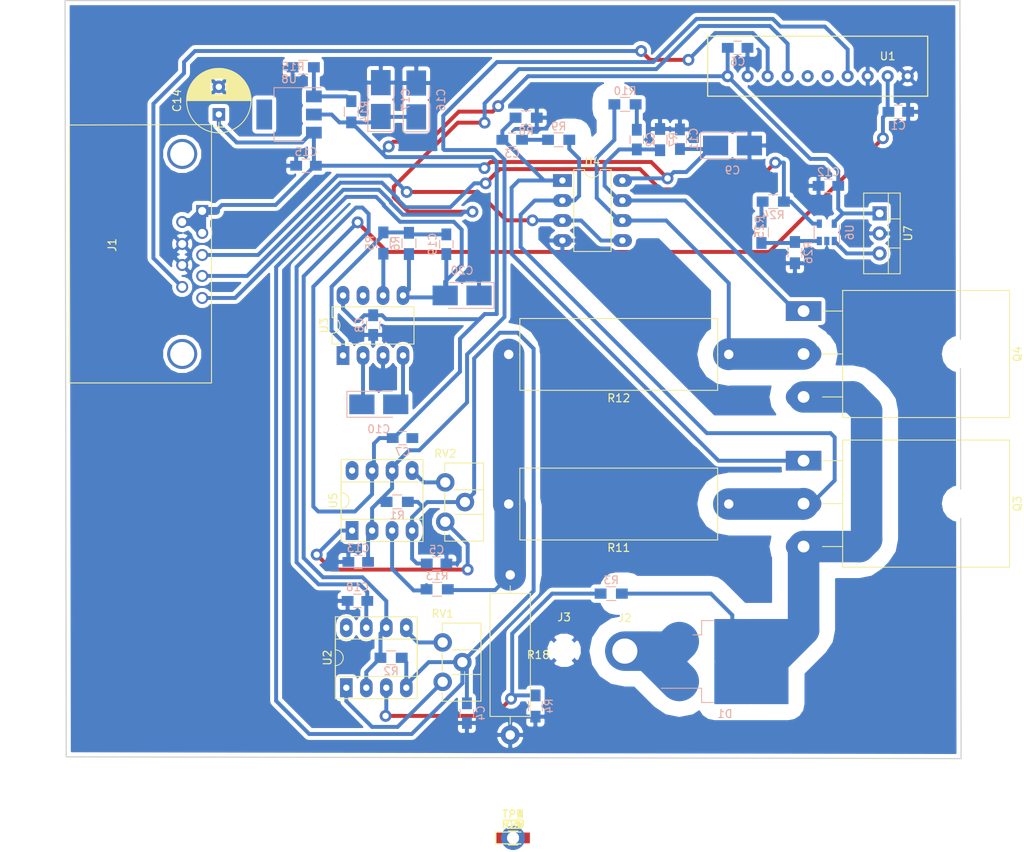
<source format=kicad_pcb>
(kicad_pcb (version 4) (host pcbnew 4.0.6)
  (title_block (rev A))
  (layers (0 F.Cu signal) (31 B.Cu signal) (34 B.Paste user) (35 F.Paste user) (36 B.SilkS user hide) (37 F.SilkS user) (38 B.Mask user) (39 F.Mask user hide) (44 Edge.Cuts user))
  (net 0 "")
  (net 1 "Net-(C1-Pad1)")
  (net 2 Earth)
  (net 3 "Net-(C2-Pad1)")
  (net 4 "Net-(C2-Pad2)")
  (net 5 "Net-(C3-Pad1)")
  (net 6 "Net-(C3-Pad2)")
  (net 7 -5V)
  (net 8 +5V)
  (net 9 Curr)
  (net 10 +12V)
  (net 11 "Net-(D1-Pad1)")
  (net 12 "Net-(D1-Pad2)")
  (net 13 temp)
  (net 14 "Net-(J1-Pad5)")
  (net 15 "Net-(J1-Pad9)")
  (net 16 Gateset)
  (net 17 "Net-(Q3-Pad2)")
  (net 18 "Net-(Q4-Pad2)")
  (net 19 "Net-(R3-Pad2)")
  (net 20 "Net-(R13-Pad2)")
  (net 21 "Net-(R24-Pad1)")
  (net 22 "Net-(R25-Pad1)")
  (net 23 "Net-(RV1-Pad3)")
  (net 24 "Net-(RV1-Pad1)")
  (net 25 "Net-(RV2-Pad3)")
  (net 26 "Net-(RV2-Pad1)")
  (net 27 "Net-(U6-Pad1)")
  (net 28 "Net-(R11-Pad2)")
  (net 29 "Net-(C10-Pad1)")
  (net 30 "Net-(C10-Pad2)")
  (net 31 "Net-(C19-Pad1)")
  (net 32 "Net-(R5-Pad2)")
  (net 33 "Net-(R14-Pad2)")
  (net 34 "Net-(D2-Pad2)")
  (net 35 "Net-(D3-Pad1)")
  (net 36 "Net-(D4-Pad1)")
  (module Housings_DIP:DIP-8_W7.62mm_LongPads (layer F.Cu) (at 176.38 41.92)
    (fp_text reference U4 (at 3.81 -2.39) (layer F.SilkS))
    (fp_text value AD822AN)
    (pad 1 thru_hole rect (at 0 0) (size 2.4 1.6) (drill 0.8) (layers *.Cu *.Mask) (net 5 "Net-(C3-Pad1)"))
    (pad 5 thru_hole oval (at 7.62 7.62) (size 2.4 1.6) (drill 0.8) (layers *.Cu *.Mask) (net 16 Gateset))
    (pad 2 thru_hole oval (at 0 2.54) (size 2.4 1.6) (drill 0.8) (layers *.Cu *.Mask) (net 17 "Net-(Q3-Pad2)"))
    (pad 6 thru_hole oval (at 7.62 5.08) (size 2.4 1.6) (drill 0.8) (layers *.Cu *.Mask) (net 18 "Net-(Q4-Pad2)"))
    (pad 3 thru_hole oval (at 0 5.08) (size 2.4 1.6) (drill 0.8) (layers *.Cu *.Mask) (net 16 Gateset))
    (pad 7 thru_hole oval (at 7.62 2.54) (size 2.4 1.6) (drill 0.8) (layers *.Cu *.Mask) (net 3 "Net-(C2-Pad1)"))
    (pad 4 thru_hole oval (at 0 7.62) (size 2.4 1.6) (drill 0.8) (layers *.Cu *.Mask) (net 2 Earth))
    (pad 8 thru_hole oval (at 7.62 0) (size 2.4 1.6) (drill 0.8) (layers *.Cu *.Mask) (net 10 +12V))
  )
  (module Capacitors_SMD:C_0805_HandSoldering (layer B.Cu) (at 219.025 33.2)
    (fp_text reference C1 (at 0 1.75) (layer B.SilkS) (effects (justify mirror)))
    (fp_text value 0.1u)
    (pad 1 smd rect (at -1.25 0) (size 1.5 1.25) (layers B.Cu B.Paste B.Mask) (net 1 "Net-(C1-Pad1)"))
    (pad 2 smd rect (at 1.25 0) (size 1.5 1.25) (layers B.Cu B.Paste B.Mask) (net 2 Earth))
  )
  (module Capacitors_SMD:C_0805_HandSoldering (layer B.Cu) (at 185.825 36.725 90)
    (fp_text reference C2 (at 0 1.75 90) (layer B.SilkS) (effects (justify mirror)))
    (fp_text value C)
    (pad 1 smd rect (at -1.25 0 90) (size 1.5 1.25) (layers B.Cu B.Paste B.Mask) (net 3 "Net-(C2-Pad1)"))
    (pad 2 smd rect (at 1.25 0 90) (size 1.5 1.25) (layers B.Cu B.Paste B.Mask) (net 4 "Net-(C2-Pad2)"))
  )
  (module Capacitors_SMD:C_0805_HandSoldering (layer B.Cu) (at 170 36.75)
    (fp_text reference C3 (at 0 1.75) (layer B.SilkS) (effects (justify mirror)))
    (fp_text value C)
    (pad 1 smd rect (at -1.25 0) (size 1.5 1.25) (layers B.Cu B.Paste B.Mask) (net 5 "Net-(C3-Pad1)"))
    (pad 2 smd rect (at 1.25 0) (size 1.5 1.25) (layers B.Cu B.Paste B.Mask) (net 6 "Net-(C3-Pad2)"))
  )
  (module Capacitors_SMD:C_0805_HandSoldering (layer B.Cu) (at 164.25 109.55 90)
    (fp_text reference C4 (at 0 1.75 90) (layer B.SilkS) (effects (justify mirror)))
    (fp_text value 0.1u)
    (pad 1 smd rect (at -1.25 0 90) (size 1.5 1.25) (layers B.Cu B.Paste B.Mask) (net 2 Earth))
    (pad 2 smd rect (at 1.25 0 90) (size 1.5 1.25) (layers B.Cu B.Paste B.Mask) (net 7 -5V))
  )
  (module Capacitors_SMD:C_0805_HandSoldering (layer B.Cu) (at 160.4 90.55 180)
    (fp_text reference C5 (at 0 1.75 180) (layer B.SilkS) (effects (justify mirror)))
    (fp_text value 0.1u)
    (pad 1 smd rect (at -1.25 0 180) (size 1.5 1.25) (layers B.Cu B.Paste B.Mask) (net 2 Earth))
    (pad 2 smd rect (at 1.25 0 180) (size 1.5 1.25) (layers B.Cu B.Paste B.Mask) (net 7 -5V))
  )
  (module Capacitors_SMD:C_0805_HandSoldering (layer B.Cu) (at 198.625 25.075)
    (fp_text reference C6 (at 0 1.75) (layer B.SilkS) (effects (justify mirror)))
    (fp_text value 0.1u)
    (pad 1 smd rect (at -1.25 0) (size 1.5 1.25) (layers B.Cu B.Paste B.Mask) (net 8 +5V))
    (pad 2 smd rect (at 1.25 0) (size 1.5 1.25) (layers B.Cu B.Paste B.Mask) (net 2 Earth))
  )
  (module Capacitors_SMD:C_0805_HandSoldering (layer B.Cu) (at 156.075 74.625)
    (fp_text reference C7 (at 0 1.75) (layer B.SilkS) (effects (justify mirror)))
    (fp_text value 0.1u)
    (pad 1 smd rect (at -1.25 0) (size 1.5 1.25) (layers B.Cu B.Paste B.Mask) (net 8 +5V))
    (pad 2 smd rect (at 1.25 0) (size 1.5 1.25) (layers B.Cu B.Paste B.Mask) (net 2 Earth))
  )
  (module Capacitors_SMD:C_0805_HandSoldering (layer B.Cu) (at 152.35 60.275 270)
    (fp_text reference C8 (at 0 1.75 270) (layer B.SilkS) (effects (justify mirror)))
    (fp_text value 2.2u)
    (pad 1 smd rect (at -1.25 0 270) (size 1.5 1.25) (layers B.Cu B.Paste B.Mask) (net 8 +5V))
    (pad 2 smd rect (at 1.25 0 270) (size 1.5 1.25) (layers B.Cu B.Paste B.Mask) (net 2 Earth))
  )
  (module Capacitors_Tantalum_SMD:CP_Tantalum_Case-B_EIA-3528-21_Hand (layer B.Cu) (at 197.975 37.475)
    (fp_text reference C9 (at 0 3.15) (layer B.SilkS) (effects (justify mirror)))
    (fp_text value 10u)
    (pad 1 smd rect (at -2.15 0) (size 3.2 2.5) (layers B.Cu B.Paste B.Mask) (net 10 +12V))
    (pad 2 smd rect (at 2.15 0) (size 3.2 2.5) (layers B.Cu B.Paste B.Mask) (net 2 Earth))
  )
  (module Capacitors_Tantalum_SMD:CP_Tantalum_Case-B_EIA-3528-21_Hand (layer B.Cu) (at 153.064455 70.336955)
    (fp_text reference C10 (at 0 3.15) (layer B.SilkS) (effects (justify mirror)))
    (fp_text value 10u)
    (pad 1 smd rect (at -2.15 0) (size 3.2 2.5) (layers B.Cu B.Paste B.Mask) (net 29 "Net-(C10-Pad1)"))
    (pad 2 smd rect (at 2.15 0) (size 3.2 2.5) (layers B.Cu B.Paste B.Mask) (net 30 "Net-(C10-Pad2)"))
  )
  (module Capacitors_SMD:C_0805_HandSoldering (layer B.Cu) (at 191.3 36.675 90)
    (fp_text reference C11 (at 0 1.75 90) (layer B.SilkS) (effects (justify mirror)))
    (fp_text value 0.1u)
    (pad 1 smd rect (at -1.25 0 90) (size 1.5 1.25) (layers B.Cu B.Paste B.Mask) (net 10 +12V))
    (pad 2 smd rect (at 1.25 0 90) (size 1.5 1.25) (layers B.Cu B.Paste B.Mask) (net 2 Earth))
  )
  (module Capacitors_SMD:C_0805_HandSoldering (layer B.Cu) (at 210.15 42.6 180)
    (fp_text reference C12 (at 0 1.75 180) (layer B.SilkS) (effects (justify mirror)))
    (fp_text value 0.1u)
    (pad 1 smd rect (at -1.25 0 180) (size 1.5 1.25) (layers B.Cu B.Paste B.Mask) (net 8 +5V))
    (pad 2 smd rect (at 1.25 0 180) (size 1.5 1.25) (layers B.Cu B.Paste B.Mask) (net 2 Earth))
  )
  (module Capacitors_SMD:C_0805_HandSoldering (layer B.Cu) (at 150.45 90.35 180)
    (fp_text reference C13 (at 0 1.75 180) (layer B.SilkS) (effects (justify mirror)))
    (fp_text value 0.1u)
    (pad 1 smd rect (at -1.25 0 180) (size 1.5 1.25) (layers B.Cu B.Paste B.Mask) (net 9 Curr))
    (pad 2 smd rect (at 1.25 0 180) (size 1.5 1.25) (layers B.Cu B.Paste B.Mask) (net 2 Earth))
  )
  (module Capacitors_THT:CP_Radial_D8.0mm_P3.50mm (layer F.Cu) (at 132.75 33.525 90)
    (fp_text reference C14 (at 1.75 -5.31 90) (layer F.SilkS))
    (fp_text value 10u)
    (pad 1 thru_hole rect (at 0 0 90) (size 1.6 1.6) (drill 0.8) (layers *.Cu *.Mask) (net 10 +12V))
    (pad 2 thru_hole circle (at 3.5 0 90) (size 1.6 1.6) (drill 0.8) (layers *.Cu *.Mask) (net 2 Earth))
  )
  (module Capacitors_SMD:C_0805_HandSoldering (layer B.Cu) (at 143.819755 40.041991 180)
    (fp_text reference C15 (at 0 1.75 180) (layer B.SilkS) (effects (justify mirror)))
    (fp_text value 0.1u)
    (pad 1 smd rect (at -1.25 0 180) (size 1.5 1.25) (layers B.Cu B.Paste B.Mask) (net 10 +12V))
    (pad 2 smd rect (at 1.25 0 180) (size 1.5 1.25) (layers B.Cu B.Paste B.Mask) (net 2 Earth))
  )
  (module Capacitors_Tantalum_SMD:CP_Tantalum_Case-T_EIA-3528-12_Hand (layer B.Cu) (at 157.819755 31.691991 90)
    (fp_text reference C16 (at 0 3.15 90) (layer B.SilkS) (effects (justify mirror)))
    (fp_text value 0.1u)
    (pad 1 smd rect (at -2.15 0 90) (size 3.2 2.5) (layers B.Cu B.Paste B.Mask) (net 8 +5V))
    (pad 2 smd rect (at 2.15 0 90) (size 3.2 2.5) (layers B.Cu B.Paste B.Mask) (net 2 Earth))
  )
  (module Capacitors_Tantalum_SMD:CP_Tantalum_Case-T_EIA-3528-12_Hand (layer B.Cu) (at 153.319755 31.641991 90)
    (fp_text reference C17 (at 0 3.15 90) (layer B.SilkS) (effects (justify mirror)))
    (fp_text value 47u)
    (pad 1 smd rect (at -2.15 0 90) (size 3.2 2.5) (layers B.Cu B.Paste B.Mask) (net 8 +5V))
    (pad 2 smd rect (at 2.15 0 90) (size 3.2 2.5) (layers B.Cu B.Paste B.Mask) (net 2 Earth))
  )
  (module Capacitors_SMD:C_0805_HandSoldering (layer B.Cu) (at 150.35 95.3 180)
    (fp_text reference C18 (at 0 1.75 180) (layer B.SilkS) (effects (justify mirror)))
    (fp_text value 0.1u)
    (pad 1 smd rect (at -1.25 0 180) (size 1.5 1.25) (layers B.Cu B.Paste B.Mask) (net 8 +5V))
    (pad 2 smd rect (at 1.25 0 180) (size 1.5 1.25) (layers B.Cu B.Paste B.Mask) (net 2 Earth))
  )
  (module Capacitors_SMD:C_0805_HandSoldering (layer B.Cu) (at 161.639455 50.011955 270)
    (fp_text reference C19 (at 0 1.75 270) (layer B.SilkS) (effects (justify mirror)))
    (fp_text value 2n)
    (pad 1 smd rect (at -1.25 0 270) (size 1.5 1.25) (layers B.Cu B.Paste B.Mask) (net 31 "Net-(C19-Pad1)"))
    (pad 2 smd rect (at 1.25 0 270) (size 1.5 1.25) (layers B.Cu B.Paste B.Mask) (net 7 -5V))
  )
  (module Capacitors_Tantalum_SMD:CP_Tantalum_Case-B_EIA-3528-21_Hand (layer B.Cu) (at 163.639455 56.511955 180)
    (fp_text reference C20 (at 0 3.15 180) (layer B.SilkS) (effects (justify mirror)))
    (fp_text value 100u)
    (pad 1 smd rect (at -2.15 0 180) (size 3.2 2.5) (layers B.Cu B.Paste B.Mask) (net 2 Earth))
    (pad 2 smd rect (at 2.15 0 180) (size 3.2 2.5) (layers B.Cu B.Paste B.Mask) (net 7 -5V))
  )
  (module TO_SOT_Packages_SMD:TO-263-2 (layer B.Cu) (at 197 103)
    (fp_text reference D1 (at 0 6.65) (layer B.SilkS) (effects (justify mirror)))
    (fp_text value D_x2_KCom_AKA)
    (pad 1 smd rect (at -5.775 2.54) (size 4.6 1.1) (layers B.Cu B.Paste B.Mask) (net 11 "Net-(D1-Pad1)"))
    (pad 3 smd rect (at -5.775 -2.54) (size 4.6 1.1) (layers B.Cu B.Paste B.Mask) (net 11 "Net-(D1-Pad1)"))
    (pad 2 smd rect (at 3.375 0) (size 9.4 10.8) (layers B.Cu B.Mask) (net 12 "Net-(D1-Pad2)"))
    (pad 2 smd rect (at 5.8 -2.775) (size 4.55 5.25) (layers B.Cu B.Paste) (net 12 "Net-(D1-Pad2)"))
    (pad 2 smd rect (at 0.95 2.775) (size 4.55 5.25) (layers B.Cu B.Paste) (net 12 "Net-(D1-Pad2)"))
    (pad 2 smd rect (at 5.8 2.775) (size 4.55 5.25) (layers B.Cu B.Paste) (net 12 "Net-(D1-Pad2)"))
    (pad 2 smd rect (at 0.95 -2.775) (size 4.55 5.25) (layers B.Cu B.Paste) (net 12 "Net-(D1-Pad2)"))
  )
  (module Connectors:DB9MC (layer F.Cu) (at 130.64 45.785 90)
    (fp_text reference J1 (at -4.32 -11.43 90) (layer F.SilkS))
    (fp_text value DB9_MALE_MountingHoles)
    (pad "" thru_hole circle (at 7.24 -2.54 90) (size 3.81 3.81) (drill 3.05) (layers *.Cu *.Mask))
    (pad "" thru_hole circle (at -18.16 -2.54 90) (size 3.81 3.81) (drill 3.05) (layers *.Cu *.Mask))
    (pad 1 thru_hole rect (at 0 0 90) (size 1.52 1.52) (drill 1.02) (layers *.Cu *.Mask) (net 10 +12V))
    (pad 2 thru_hole circle (at -2.79 0 90) (size 1.52 1.52) (drill 1.02) (layers *.Cu *.Mask) (net 10 +12V))
    (pad 3 thru_hole circle (at -5.59 0 90) (size 1.52 1.52) (drill 1.02) (layers *.Cu *.Mask) (net 16 Gateset))
    (pad 4 thru_hole circle (at -8.25 0 90) (size 1.52 1.52) (drill 1.02) (layers *.Cu *.Mask) (net 13 temp))
    (pad 5 thru_hole circle (at -11.05 0 90) (size 1.52 1.52) (drill 1.02) (layers *.Cu *.Mask) (net 14 "Net-(J1-Pad5)"))
    (pad 9 thru_hole circle (at -9.65 -2.54 90) (size 1.52 1.52) (drill 1.02) (layers *.Cu *.Mask) (net 15 "Net-(J1-Pad9)"))
    (pad 8 thru_hole circle (at -6.86 -2.54 90) (size 1.52 1.52) (drill 1.02) (layers *.Cu *.Mask) (net 2 Earth))
    (pad 7 thru_hole circle (at -4.19 -2.54 90) (size 1.52 1.52) (drill 1.02) (layers *.Cu *.Mask) (net 2 Earth))
    (pad 6 thru_hole circle (at -1.4 -2.54 90) (size 1.52 1.52) (drill 1.02) (layers *.Cu *.Mask) (net 10 +12V))
  )
  (module Mounting_Holes:MountingHole_3.2mm_M3 (layer F.Cu) (at 184.3 101.675)
    (fp_text reference J2 (at 0 -4.2) (layer F.SilkS))
    (fp_text value Dut+)
    (pad 1 np_thru_hole circle (at 0 0) (size 3.2 3.2) (drill 3.2) (layers *.Cu *.Mask) (net 11 "Net-(D1-Pad1)"))
  )
  (module Mounting_Holes:MountingHole_3.2mm_M3 (layer F.Cu) (at 176.6 101.575)
    (fp_text reference J3 (at 0 -4.2) (layer F.SilkS))
    (fp_text value DUT-)
    (pad 1 np_thru_hole circle (at 0 0) (size 3.2 3.2) (drill 3.2) (layers *.Cu *.Mask) (net 2 Earth))
  )
  (module TO_SOT_Packages_THT:TO-247_TO-3P_Horizontal (layer F.Cu) (at 207 77.5 270)
    (fp_text reference Q3 (at 5.45 -27.15 270) (layer F.SilkS))
    (fp_text value STW45NM50)
    (pad 0 np_thru_hole oval (at 5.45 -19.86 270) (size 3.6 3.6) (drill 3.6) (layers *.Cu *.Mask))
    (pad 1 thru_hole rect (at 0 0 270) (size 2.5 4.5) (drill 1.5) (layers *.Cu *.Mask) (net 5 "Net-(C3-Pad1)"))
    (pad 2 thru_hole oval (at 5.45 0 270) (size 2.5 4.5) (drill 1.5) (layers *.Cu *.Mask) (net 17 "Net-(Q3-Pad2)"))
    (pad 3 thru_hole oval (at 10.9 0 270) (size 2.5 4.5) (drill 1.5) (layers *.Cu *.Mask) (net 12 "Net-(D1-Pad2)"))
  )
  (module TO_SOT_Packages_THT:TO-247_TO-3P_Horizontal (layer F.Cu) (at 207 58.5 270)
    (fp_text reference Q4 (at 5.45 -27.15 270) (layer F.SilkS))
    (fp_text value STW45NM50)
    (pad 0 np_thru_hole oval (at 5.45 -19.86 270) (size 3.6 3.6) (drill 3.6) (layers *.Cu *.Mask))
    (pad 1 thru_hole rect (at 0 0 270) (size 2.5 4.5) (drill 1.5) (layers *.Cu *.Mask) (net 3 "Net-(C2-Pad1)"))
    (pad 2 thru_hole oval (at 5.45 0 270) (size 2.5 4.5) (drill 1.5) (layers *.Cu *.Mask) (net 18 "Net-(Q4-Pad2)"))
    (pad 3 thru_hole oval (at 10.9 0 270) (size 2.5 4.5) (drill 1.5) (layers *.Cu *.Mask) (net 12 "Net-(D1-Pad2)"))
  )
  (module Resistors_SMD:R_0805_HandSoldering (layer B.Cu) (at 155.4 82.725)
    (fp_text reference R1 (at 0 1.7) (layer B.SilkS) (effects (justify mirror)))
    (fp_text value 2M2)
    (pad 1 smd rect (at -1.35 0) (size 1.5 1.3) (layers B.Cu B.Paste B.Mask) (net 9 Curr))
    (pad 2 smd rect (at 1.35 0) (size 1.5 1.3) (layers B.Cu B.Paste B.Mask) (net 7 -5V))
  )
  (module Resistors_SMD:R_0805_HandSoldering (layer B.Cu) (at 154.625 102.525)
    (fp_text reference R2 (at 0 1.7) (layer B.SilkS) (effects (justify mirror)))
    (fp_text value 2M2)
    (pad 1 smd rect (at -1.35 0) (size 1.5 1.3) (layers B.Cu B.Paste B.Mask) (net 1 "Net-(C1-Pad1)"))
    (pad 2 smd rect (at 1.35 0) (size 1.5 1.3) (layers B.Cu B.Paste B.Mask) (net 7 -5V))
  )
  (module Resistors_SMD:R_0805_HandSoldering (layer B.Cu) (at 182.575 94.375 180)
    (fp_text reference R3 (at 0 1.7 180) (layer B.SilkS) (effects (justify mirror)))
    (fp_text value 1M)
    (pad 1 smd rect (at -1.35 0 180) (size 1.5 1.3) (layers B.Cu B.Paste B.Mask) (net 12 "Net-(D1-Pad2)"))
    (pad 2 smd rect (at 1.35 0 180) (size 1.5 1.3) (layers B.Cu B.Paste B.Mask) (net 19 "Net-(R3-Pad2)"))
  )
  (module Resistors_SMD:R_0805_HandSoldering (layer B.Cu) (at 172.95 108.65 90)
    (fp_text reference R4 (at 0 1.7 90) (layer B.SilkS) (effects (justify mirror)))
    (fp_text value 20K)
    (pad 1 smd rect (at -1.35 0 90) (size 1.5 1.3) (layers B.Cu B.Paste B.Mask) (net 2 Earth))
    (pad 2 smd rect (at 1.35 0 90) (size 1.5 1.3) (layers B.Cu B.Paste B.Mask) (net 19 "Net-(R3-Pad2)"))
  )
  (module Resistors_SMD:R_0805_HandSoldering (layer B.Cu) (at 153.639455 49.861955 270)
    (fp_text reference R5 (at 0 1.7 270) (layer B.SilkS) (effects (justify mirror)))
    (fp_text value 20K)
    (pad 1 smd rect (at -1.35 0 270) (size 1.5 1.3) (layers B.Cu B.Paste B.Mask) (net 31 "Net-(C19-Pad1)"))
    (pad 2 smd rect (at 1.35 0 270) (size 1.5 1.3) (layers B.Cu B.Paste B.Mask) (net 32 "Net-(R5-Pad2)"))
  )
  (module Resistors_SMD:R_0805_HandSoldering (layer B.Cu) (at 156.889455 49.911955 270)
    (fp_text reference R6 (at 0 1.7 270) (layer B.SilkS) (effects (justify mirror)))
    (fp_text value 100K)
    (pad 1 smd rect (at -1.35 0 270) (size 1.5 1.3) (layers B.Cu B.Paste B.Mask) (net 31 "Net-(C19-Pad1)"))
    (pad 2 smd rect (at 1.35 0 270) (size 1.5 1.3) (layers B.Cu B.Paste B.Mask) (net 7 -5V))
  )
  (module Resistors_SMD:R_0805_HandSoldering (layer B.Cu) (at 188.775 36.725 90)
    (fp_text reference R7 (at 0 1.7 90) (layer B.SilkS) (effects (justify mirror)))
    (fp_text value 10K)
    (pad 1 smd rect (at -1.35 0 90) (size 1.5 1.3) (layers B.Cu B.Paste B.Mask) (net 3 "Net-(C2-Pad1)"))
    (pad 2 smd rect (at 1.35 0 90) (size 1.5 1.3) (layers B.Cu B.Paste B.Mask) (net 2 Earth))
  )
  (module Resistors_SMD:R_0805_HandSoldering (layer B.Cu) (at 171.775 33.95)
    (fp_text reference R8 (at 0 1.7) (layer B.SilkS) (effects (justify mirror)))
    (fp_text value 10K)
    (pad 1 smd rect (at -1.35 0) (size 1.5 1.3) (layers B.Cu B.Paste B.Mask) (net 5 "Net-(C3-Pad1)"))
    (pad 2 smd rect (at 1.35 0) (size 1.5 1.3) (layers B.Cu B.Paste B.Mask) (net 2 Earth))
  )
  (module Resistors_SMD:R_0805_HandSoldering (layer B.Cu) (at 175.9 36.75 180)
    (fp_text reference R9 (at 0 1.7 180) (layer B.SilkS) (effects (justify mirror)))
    (fp_text value 1K)
    (pad 1 smd rect (at -1.35 0 180) (size 1.5 1.3) (layers B.Cu B.Paste B.Mask) (net 17 "Net-(Q3-Pad2)"))
    (pad 2 smd rect (at 1.35 0 180) (size 1.5 1.3) (layers B.Cu B.Paste B.Mask) (net 6 "Net-(C3-Pad2)"))
  )
  (module Resistors_SMD:R_0805_HandSoldering (layer B.Cu) (at 184.325 32.25 180)
    (fp_text reference R10 (at 0 1.7 180) (layer B.SilkS) (effects (justify mirror)))
    (fp_text value 1K)
    (pad 1 smd rect (at -1.35 0 180) (size 1.5 1.3) (layers B.Cu B.Paste B.Mask) (net 4 "Net-(C2-Pad2)"))
    (pad 2 smd rect (at 1.35 0 180) (size 1.5 1.3) (layers B.Cu B.Paste B.Mask) (net 18 "Net-(Q4-Pad2)"))
  )
  (module Resistors_THT:R_Axial_Power_L25.0mm_W9.0mm_P27.94mm (layer F.Cu) (at 197.5 83 180)
    (fp_text reference R11 (at 13.97 -5.56 180) (layer F.SilkS))
    (fp_text value 0.1R)
    (pad 1 thru_hole circle (at 0 0 180) (size 2.4 2.4) (drill 1.2) (layers *.Cu *.Mask) (net 17 "Net-(Q3-Pad2)"))
    (pad 2 thru_hole oval (at 27.94 0 180) (size 2.4 2.4) (drill 1.2) (layers *.Cu *.Mask) (net 28 "Net-(R11-Pad2)"))
  )
  (module Resistors_THT:R_Axial_Power_L25.0mm_W9.0mm_P27.94mm (layer F.Cu) (at 197.5 64 180)
    (fp_text reference R12 (at 13.97 -5.56 180) (layer F.SilkS))
    (fp_text value 0.1R)
    (pad 1 thru_hole circle (at 0 0 180) (size 2.4 2.4) (drill 1.2) (layers *.Cu *.Mask) (net 18 "Net-(Q4-Pad2)"))
    (pad 2 thru_hole oval (at 27.94 0 180) (size 2.4 2.4) (drill 1.2) (layers *.Cu *.Mask) (net 28 "Net-(R11-Pad2)"))
  )
  (module Resistors_SMD:R_0805_HandSoldering (layer B.Cu) (at 160.475 93.825 180)
    (fp_text reference R13 (at 0 1.7 180) (layer B.SilkS) (effects (justify mirror)))
    (fp_text value 10K)
    (pad 1 smd rect (at -1.35 0 180) (size 1.5 1.3) (layers B.Cu B.Paste B.Mask) (net 28 "Net-(R11-Pad2)"))
    (pad 2 smd rect (at 1.35 0 180) (size 1.5 1.3) (layers B.Cu B.Paste B.Mask) (net 20 "Net-(R13-Pad2)"))
  )
  (module Resistors_SMD:R_0805_HandSoldering (layer B.Cu) (at 149.569755 33.191991 90)
    (fp_text reference R14 (at 0 1.7 90) (layer B.SilkS) (effects (justify mirror)))
    (fp_text value 330R)
    (pad 1 smd rect (at -1.35 0 90) (size 1.5 1.3) (layers B.Cu B.Paste B.Mask) (net 8 +5V))
    (pad 2 smd rect (at 1.35 0 90) (size 1.5 1.3) (layers B.Cu B.Paste B.Mask) (net 33 "Net-(R14-Pad2)"))
  )
  (module Resistors_SMD:R_0805_HandSoldering (layer B.Cu) (at 143.469755 27.541991 180)
    (fp_text reference R15 (at 1.274999 0.075 180) (layer B.SilkS) (effects (justify mirror)))
    (fp_text value 1K)
    (pad 1 smd rect (at -1.35 0 180) (size 1.5 1.3) (layers B.Cu B.Paste B.Mask) (net 33 "Net-(R14-Pad2)"))
    (pad 2 smd rect (at 1.35 0 180) (size 1.5 1.3) (layers B.Cu B.Paste B.Mask) (net 2 Earth))
  )
  (module Resistors_THT:R_Axial_DIN0516_L15.5mm_D5.0mm_P20.32mm_Horizontal (layer F.Cu) (at 169.75 92 270)
    (fp_text reference R18 (at 10.16 -3.56 360) (layer F.SilkS))
    (fp_text value 1R)
    (pad 1 thru_hole circle (at 0 0 270) (size 2.4 2.4) (drill 1.2) (layers *.Cu *.Mask) (net 28 "Net-(R11-Pad2)"))
    (pad 2 thru_hole oval (at 20.32 0 270) (size 2.4 2.4) (drill 1.2) (layers *.Cu *.Mask) (net 2 Earth))
  )
  (module Resistors_SMD:R_0805_HandSoldering (layer B.Cu) (at 203.15 44.6)
    (fp_text reference R24 (at 0 1.7) (layer B.SilkS) (effects (justify mirror)))
    (fp_text value 10K)
    (pad 1 smd rect (at -1.35 0) (size 1.5 1.3) (layers B.Cu B.Paste B.Mask) (net 21 "Net-(R24-Pad1)"))
    (pad 2 smd rect (at 1.35 0) (size 1.5 1.3) (layers B.Cu B.Paste B.Mask) (net 13 temp))
  )
  (module Resistors_SMD:R_0805_HandSoldering (layer B.Cu) (at 201.65 48.5 90)
    (fp_text reference R25 (at 0.674999 -0.225 90) (layer B.SilkS) (effects (justify mirror)))
    (fp_text value 10K)
    (pad 1 smd rect (at -1.35 0 90) (size 1.5 1.3) (layers B.Cu B.Paste B.Mask) (net 22 "Net-(R25-Pad1)"))
    (pad 2 smd rect (at 1.35 0 90) (size 1.5 1.3) (layers B.Cu B.Paste B.Mask) (net 21 "Net-(R24-Pad1)"))
  )
  (module Resistors_SMD:R_0805_HandSoldering (layer B.Cu) (at 205.9 51.075 90)
    (fp_text reference R26 (at 0 1.7 90) (layer B.SilkS) (effects (justify mirror)))
    (fp_text value 10K)
    (pad 1 smd rect (at -1.35 0 90) (size 1.5 1.3) (layers B.Cu B.Paste B.Mask) (net 2 Earth))
    (pad 2 smd rect (at 1.35 0 90) (size 1.5 1.3) (layers B.Cu B.Paste B.Mask) (net 22 "Net-(R25-Pad1)"))
  )
  (module Libs:ADS1115-Breakout (layer F.Cu) (at 207.52 23.595)
    (fp_text reference U1 (at 10.16 2.54) (layer F.SilkS))
    (fp_text value ADS1115)
    (pad 8 thru_hole circle (at -10.16 5.08) (size 1.524 1.524) (drill 0.762) (layers *.Cu *.Mask) (net 8 +5V))
    (pad 3 thru_hole oval (at -7.62 5.08) (size 1.524 1.524) (drill 0.762) (layers *.Cu *.Mask) (net 2 Earth))
    (pad 10 thru_hole oval (at -5.08 5.08) (size 1.524 1.524) (drill 0.762) (layers *.Cu *.Mask) (net 15 "Net-(J1-Pad9)"))
    (pad 9 thru_hole oval (at -2.54 5.08) (size 1.524 1.524) (drill 0.762) (layers *.Cu *.Mask) (net 14 "Net-(J1-Pad5)"))
    (pad 1 thru_hole oval (at 0 5.08) (size 1.524 1.524) (drill 0.762) (layers *.Cu *.Mask))
    (pad 4 thru_hole oval (at 5.08 5.08) (size 1.524 1.524) (drill 0.762) (layers *.Cu *.Mask) (net 9 Curr))
    (pad 5 thru_hole oval (at 7.62 5.08) (size 1.524 1.524) (drill 0.762) (layers *.Cu *.Mask) (net 2 Earth))
    (pad 6 thru_hole circle (at 10.16 5.08) (size 1.524 1.524) (drill 0.762) (layers *.Cu *.Mask) (net 1 "Net-(C1-Pad1)"))
    (pad 7 thru_hole circle (at 12.7 5.08) (size 1.524 1.524) (drill 0.762) (layers *.Cu *.Mask) (net 2 Earth))
    (pad 2 thru_hole circle (at 2.54 5.08) (size 1.524 1.524) (drill 0.762) (layers *.Cu *.Mask))
  )
  (module Housings_DIP:DIP-8_W7.62mm_Socket_LongPads (layer F.Cu) (at 148.935 106.325 90)
    (fp_text reference U2 (at 3.81 -2.39 90) (layer F.SilkS))
    (fp_text value UA741)
    (pad 1 thru_hole rect (at 0 0 90) (size 2.4 1.6) (drill 0.8) (layers *.Cu *.Mask) (net 23 "Net-(RV1-Pad3)"))
    (pad 5 thru_hole oval (at 7.62 7.62 90) (size 2.4 1.6) (drill 0.8) (layers *.Cu *.Mask) (net 24 "Net-(RV1-Pad1)"))
    (pad 2 thru_hole oval (at 0 2.54 90) (size 2.4 1.6) (drill 0.8) (layers *.Cu *.Mask) (net 1 "Net-(C1-Pad1)"))
    (pad 6 thru_hole oval (at 7.62 5.08 90) (size 2.4 1.6) (drill 0.8) (layers *.Cu *.Mask) (net 1 "Net-(C1-Pad1)"))
    (pad 3 thru_hole oval (at 0 5.08 90) (size 2.4 1.6) (drill 0.8) (layers *.Cu *.Mask) (net 19 "Net-(R3-Pad2)"))
    (pad 7 thru_hole oval (at 7.62 2.54 90) (size 2.4 1.6) (drill 0.8) (layers *.Cu *.Mask) (net 8 +5V))
    (pad 4 thru_hole oval (at 0 7.62 90) (size 2.4 1.6) (drill 0.8) (layers *.Cu *.Mask) (net 7 -5V))
    (pad 8 thru_hole oval (at 7.62 0 90) (size 2.4 1.6) (drill 0.8) (layers *.Cu *.Mask))
  )
  (module Housings_DIP:DIP-8_W7.62mm_LongPads (layer F.Cu) (at 148.519455 64.131955 90)
    (fp_text reference U3 (at 3.81 -2.39 90) (layer F.SilkS))
    (fp_text value LT1054)
    (pad 1 thru_hole rect (at 0 0 90) (size 2.4 1.6) (drill 0.8) (layers *.Cu *.Mask) (net 31 "Net-(C19-Pad1)"))
    (pad 5 thru_hole oval (at 7.62 7.62 90) (size 2.4 1.6) (drill 0.8) (layers *.Cu *.Mask) (net 7 -5V))
    (pad 2 thru_hole oval (at 0 2.54 90) (size 2.4 1.6) (drill 0.8) (layers *.Cu *.Mask) (net 29 "Net-(C10-Pad1)"))
    (pad 6 thru_hole oval (at 7.62 5.08 90) (size 2.4 1.6) (drill 0.8) (layers *.Cu *.Mask) (net 32 "Net-(R5-Pad2)"))
    (pad 3 thru_hole oval (at 0 5.08 90) (size 2.4 1.6) (drill 0.8) (layers *.Cu *.Mask) (net 2 Earth))
    (pad 7 thru_hole oval (at 7.62 2.54 90) (size 2.4 1.6) (drill 0.8) (layers *.Cu *.Mask))
    (pad 4 thru_hole oval (at 0 7.62 90) (size 2.4 1.6) (drill 0.8) (layers *.Cu *.Mask) (net 30 "Net-(C10-Pad2)"))
    (pad 8 thru_hole oval (at 7.62 0 90) (size 2.4 1.6) (drill 0.8) (layers *.Cu *.Mask) (net 8 +5V))
  )
  (module Housings_DIP:DIP-8_W7.62mm_Socket_LongPads (layer F.Cu) (at 149.67 86.37 90)
    (fp_text reference U5 (at 3.81 -2.39 90) (layer F.SilkS))
    (fp_text value UA741)
    (pad 1 thru_hole rect (at 0 0 90) (size 2.4 1.6) (drill 0.8) (layers *.Cu *.Mask) (net 25 "Net-(RV2-Pad3)"))
    (pad 5 thru_hole oval (at 7.62 7.62 90) (size 2.4 1.6) (drill 0.8) (layers *.Cu *.Mask) (net 26 "Net-(RV2-Pad1)"))
    (pad 2 thru_hole oval (at 0 2.54 90) (size 2.4 1.6) (drill 0.8) (layers *.Cu *.Mask) (net 9 Curr))
    (pad 6 thru_hole oval (at 7.62 5.08 90) (size 2.4 1.6) (drill 0.8) (layers *.Cu *.Mask) (net 9 Curr))
    (pad 3 thru_hole oval (at 0 5.08 90) (size 2.4 1.6) (drill 0.8) (layers *.Cu *.Mask) (net 20 "Net-(R13-Pad2)"))
    (pad 7 thru_hole oval (at 7.62 2.54 90) (size 2.4 1.6) (drill 0.8) (layers *.Cu *.Mask) (net 8 +5V))
    (pad 4 thru_hole oval (at 0 7.62 90) (size 2.4 1.6) (drill 0.8) (layers *.Cu *.Mask) (net 7 -5V))
    (pad 8 thru_hole oval (at 7.62 0 90) (size 2.4 1.6) (drill 0.8) (layers *.Cu *.Mask))
  )
  (module TO_SOT_Packages_SMD:SOT-23-5 (layer B.Cu) (at 209.95 48.5 90)
    (fp_text reference U6 (at 0 2.9 90) (layer B.SilkS) (effects (justify mirror)))
    (fp_text value LM321)
    (pad 1 smd rect (at -1.1 0.95 90) (size 1.06 0.65) (layers B.Cu B.Paste B.Mask) (net 27 "Net-(U6-Pad1)"))
    (pad 2 smd rect (at -1.1 0 90) (size 1.06 0.65) (layers B.Cu B.Paste B.Mask) (net 2 Earth))
    (pad 3 smd rect (at -1.1 -0.95 90) (size 1.06 0.65) (layers B.Cu B.Paste B.Mask) (net 22 "Net-(R25-Pad1)"))
    (pad 4 smd rect (at 1.1 -0.95 90) (size 1.06 0.65) (layers B.Cu B.Paste B.Mask) (net 13 temp))
    (pad 5 smd rect (at 1.1 0.95 90) (size 1.06 0.65) (layers B.Cu B.Paste B.Mask) (net 8 +5V))
  )
  (module TO_SOT_Packages_THT:TO-220_Vertical (layer F.Cu) (at 216.65 46.1 270)
    (fp_text reference U7 (at 2.54 -3.62 270) (layer F.SilkS))
    (fp_text value LM35)
    (pad 1 thru_hole rect (at 0 0 270) (size 1.8 1.8) (drill 1) (layers *.Cu *.Mask) (net 8 +5V))
    (pad 2 thru_hole oval (at 2.54 0 270) (size 1.8 1.8) (drill 1) (layers *.Cu *.Mask) (net 2 Earth))
    (pad 3 thru_hole oval (at 5.08 0 270) (size 1.8 1.8) (drill 1) (layers *.Cu *.Mask) (net 27 "Net-(U6-Pad1)"))
  )
  (module TO_SOT_Packages_SMD:SOT-223 (layer B.Cu) (at 141.669755 33.541991 180)
    (fp_text reference U8 (at 0 4.5 180) (layer B.SilkS) (effects (justify mirror)))
    (fp_text value LM317_SOT223)
    (pad 4 smd rect (at 3.15 0 180) (size 2 3.8) (layers B.Cu B.Paste B.Mask))
    (pad 2 smd rect (at -3.15 0 180) (size 2 1.5) (layers B.Cu B.Paste B.Mask) (net 8 +5V))
    (pad 3 smd rect (at -3.15 -2.3 180) (size 2 1.5) (layers B.Cu B.Paste B.Mask) (net 10 +12V))
    (pad 1 smd rect (at -3.15 2.3 180) (size 2 1.5) (layers B.Cu B.Paste B.Mask) (net 33 "Net-(R14-Pad2)"))
  )
  (module Potentiometers:Potentiometer_Trimmer_ACP_CA9h2.5_Vertical_Px2.5mm_Py5.0mm (layer F.Cu) (at 161.175 100.575)
    (fp_text reference RV1 (at 0 -3.65) (layer F.SilkS))
    (fp_text value POT_TRIM)
    (pad 3 thru_hole circle (at 0 5) (size 2.34 2.34) (drill 1.3) (layers *.Cu *.Mask) (net 23 "Net-(RV1-Pad3)"))
    (pad 2 thru_hole circle (at 2.5 2.5) (size 2.34 2.34) (drill 1.3) (layers *.Cu *.Mask) (net 7 -5V))
    (pad 1 thru_hole circle (at 0 0) (size 2.34 2.34) (drill 1.3) (layers *.Cu *.Mask) (net 24 "Net-(RV1-Pad1)"))
  )
  (module Potentiometers:Potentiometer_Trimmer_ACP_CA9h2.5_Vertical_Px2.5mm_Py5.0mm (layer F.Cu) (at 161.5 80.25)
    (fp_text reference RV2 (at 0 -3.65) (layer F.SilkS))
    (fp_text value POT_TRIM)
    (pad 3 thru_hole circle (at 0 5) (size 2.34 2.34) (drill 1.3) (layers *.Cu *.Mask) (net 25 "Net-(RV2-Pad3)"))
    (pad 2 thru_hole circle (at 2.5 2.5) (size 2.34 2.34) (drill 1.3) (layers *.Cu *.Mask) (net 7 -5V))
    (pad 1 thru_hole circle (at 0 0) (size 2.34 2.34) (drill 1.3) (layers *.Cu *.Mask) (net 26 "Net-(RV2-Pad1)"))
  )
  (module LEDs:LED_0805_HandSoldering (layer F.Cu) (at 170.1125 125.400001)
    (fp_text reference D2 (at 0 -1.7) (layer F.SilkS))
    (fp_text value LED)
    (pad 1 smd rect (at -1.35 0) (size 1.5 1.3) (layers F.Cu F.Paste F.Mask) (net 7 -5V))
    (pad 2 smd rect (at 1.35 0) (size 1.5 1.3) (layers F.Cu F.Paste F.Mask) (net 34 "Net-(D2-Pad2)"))
  )
  (module LEDs:LED_0805_HandSoldering (layer F.Cu) (at 170.1125 125.400001)
    (fp_text reference D3 (at 0 -1.7) (layer F.SilkS))
    (fp_text value LED)
    (pad 1 smd rect (at -1.35 0) (size 1.5 1.3) (layers F.Cu F.Paste F.Mask) (net 35 "Net-(D3-Pad1)"))
    (pad 2 smd rect (at 1.35 0) (size 1.5 1.3) (layers F.Cu F.Paste F.Mask) (net 8 +5V))
  )
  (module LEDs:LED_0805_HandSoldering (layer F.Cu) (at 170.1125 125.400001)
    (fp_text reference D4 (at 0 -1.7) (layer F.SilkS))
    (fp_text value LED)
    (pad 1 smd rect (at -1.35 0) (size 1.5 1.3) (layers F.Cu F.Paste F.Mask) (net 36 "Net-(D4-Pad1)"))
    (pad 2 smd rect (at 1.35 0) (size 1.5 1.3) (layers F.Cu F.Paste F.Mask) (net 10 +12V))
  )
  (module Resistors_SMD:R_0805_HandSoldering (layer F.Cu) (at 170.1125 125.400001)
    (fp_text reference R27 (at 0 -1.7) (layer F.SilkS))
    (fp_text value 1K6)
    (pad 1 smd rect (at -1.35 0) (size 1.5 1.3) (layers F.Cu F.Paste F.Mask) (net 34 "Net-(D2-Pad2)"))
    (pad 2 smd rect (at 1.35 0) (size 1.5 1.3) (layers F.Cu F.Paste F.Mask) (net 2 Earth))
  )
  (module Resistors_SMD:R_0805_HandSoldering (layer F.Cu) (at 170.1125 125.400001)
    (fp_text reference R28 (at 0 -1.7) (layer F.SilkS))
    (fp_text value 1K6)
    (pad 1 smd rect (at -1.35 0) (size 1.5 1.3) (layers F.Cu F.Paste F.Mask) (net 35 "Net-(D3-Pad1)"))
    (pad 2 smd rect (at 1.35 0) (size 1.5 1.3) (layers F.Cu F.Paste F.Mask) (net 2 Earth))
  )
  (module Resistors_SMD:R_0805_HandSoldering (layer F.Cu) (at 170.1125 125.400001)
    (fp_text reference R29 (at 0 -1.7) (layer F.SilkS))
    (fp_text value 15K)
    (pad 1 smd rect (at -1.35 0) (size 1.5 1.3) (layers F.Cu F.Paste F.Mask) (net 36 "Net-(D4-Pad1)"))
    (pad 2 smd rect (at 1.35 0) (size 1.5 1.3) (layers F.Cu F.Paste F.Mask) (net 2 Earth))
  )
  (module Measurement_Points:Measurement_Point_Round-TH_Big (layer F.Cu) (at 170.1125 125.400001)
    (fp_text reference TP1 (at 0 -3) (layer F.SilkS))
    (fp_text value TEST)
    (pad 1 thru_hole circle (at 0 0) (size 3 3) (drill 1.5) (layers *.Cu *.Mask) (net 16 Gateset))
  )
  (module Measurement_Points:Measurement_Point_Round-TH_Big (layer F.Cu) (at 170.1125 125.400001)
    (fp_text reference TP2 (at 0 -3) (layer F.SilkS))
    (fp_text value TEST)
    (pad 1 thru_hole circle (at 0 0) (size 3 3) (drill 1.5) (layers *.Cu *.Mask))
  )
  (module Measurement_Points:Measurement_Point_Round-TH_Big (layer F.Cu) (at 170.1125 125.400001)
    (fp_text reference TP3 (at 0 -3) (layer F.SilkS))
    (fp_text value TEST)
    (pad 1 thru_hole circle (at 0 0) (size 3 3) (drill 1.5) (layers *.Cu *.Mask) (net 3 "Net-(C2-Pad1)"))
  )
  (module Measurement_Points:Measurement_Point_Round-TH_Big (layer F.Cu) (at 170.1125 125.400001)
    (fp_text reference TP4 (at 0 -3) (layer F.SilkS))
    (fp_text value TEST)
    (pad 1 thru_hole circle (at 0 0) (size 3 3) (drill 1.5) (layers *.Cu *.Mask))
  )
  (module Measurement_Points:Measurement_Point_Round-TH_Big (layer F.Cu) (at 170.1125 125.400001)
    (fp_text reference TP5 (at 0 -3) (layer F.SilkS))
    (fp_text value TEST)
    (pad 1 thru_hole circle (at 0 0) (size 3 3) (drill 1.5) (layers *.Cu *.Mask) (net 5 "Net-(C3-Pad1)"))
  )
  (gr_line (start 113.375 115.1) (end 113.225 19.1) (layer Edge.Cuts) (width 0.15))
  (gr_line (start 227 115.325) (end 113.375 115.1) (layer Edge.Cuts) (width 0.15))
  (gr_line (start 226.85 19.075) (end 227 115.325) (layer Edge.Cuts) (width 0.15))
  (gr_line (start 113.225 19.075) (end 226.85 19.075) (layer Edge.Cuts) (width 0.15))
  (segment (start 151.475 106.325) (end 151.475 104.325) (width 0.5) (layer B.Cu) (net 1))
  (segment (start 151.475 104.325) (end 153.275 102.525) (width 0.5) (layer B.Cu) (net 1))
  (segment (start 151.124989 47.979799) (end 150.37499 47.2298) (width 0.5) (layer F.Cu) (net 1))
  (segment (start 154.1352 50.99001) (end 151.124989 47.979799) (width 0.5) (layer F.Cu) (net 1))
  (segment (start 202.63499 50.99001) (end 154.1352 50.99001) (width 0.5) (layer F.Cu) (net 1))
  (segment (start 217.075 36.55) (end 202.63499 50.99001) (width 0.5) (layer F.Cu) (net 1))
  (segment (start 149.624991 47.979799) (end 150.37499 47.2298) (width 0.5) (layer B.Cu) (net 1))
  (segment (start 143.525011 54.079779) (end 149.624991 47.979799) (width 0.5) (layer B.Cu) (net 1))
  (segment (start 154.015 98.705) (end 154.015 95.317193) (width 0.5) (layer B.Cu) (net 1))
  (segment (start 143.525011 89.847015) (end 143.525011 54.079779) (width 0.5) (layer B.Cu) (net 1))
  (segment (start 154.015 95.317193) (end 150.997796 92.299989) (width 0.5) (layer B.Cu) (net 1))
  (segment (start 145.977985 92.299989) (end 143.525011 89.847015) (width 0.5) (layer B.Cu) (net 1))
  (segment (start 150.997796 92.299989) (end 145.977985 92.299989) (width 0.5) (layer B.Cu) (net 1))
  (via (at 150.37499 47.2298) (size 1.5) (drill 0.8) (layers F.Cu B.Cu) (net 1))
  (segment (start 217.68 28.675) (end 217.68 33.105) (width 0.5) (layer B.Cu) (net 1))
  (segment (start 217.68 33.105) (end 217.775 33.2) (width 0.5) (layer B.Cu) (net 1))
  (segment (start 217.075 36.55) (end 217.075 33.9) (width 0.5) (layer B.Cu) (net 1))
  (segment (start 217.075 33.9) (end 217.775 33.2) (width 0.5) (layer B.Cu) (net 1))
  (via (at 217.075 36.55) (size 1.5) (drill 0.8) (layers F.Cu B.Cu) (net 1))
  (segment (start 153.275 102.525) (end 153.275 99.445) (width 0.5) (layer B.Cu) (net 1))
  (segment (start 153.275 99.445) (end 154.015 98.705) (width 0.5) (layer B.Cu) (net 1))
  (segment (start 183.574277 37.975) (end 181.736785 39.812492) (width 0.5) (layer B.Cu) (net 3))
  (segment (start 181.736785 39.812492) (end 181.736785 42.596785) (width 0.5) (layer B.Cu) (net 3))
  (segment (start 185.825 37.975) (end 183.574277 37.975) (width 0.5) (layer B.Cu) (net 3))
  (segment (start 181.736785 42.596785) (end 183.6 44.46) (width 0.5) (layer B.Cu) (net 3))
  (segment (start 183.6 44.46) (end 184 44.46) (width 0.5) (layer B.Cu) (net 3))
  (segment (start 185.825 37.975) (end 188.675 37.975) (width 0.5) (layer B.Cu) (net 3))
  (segment (start 188.675 37.975) (end 188.775 38.075) (width 0.5) (layer B.Cu) (net 3))
  (segment (start 207 58.5) (end 206 58.5) (width 0.5) (layer B.Cu) (net 3))
  (segment (start 206 58.5) (end 191.96 44.46) (width 0.5) (layer B.Cu) (net 3))
  (segment (start 191.96 44.46) (end 184 44.46) (width 0.5) (layer B.Cu) (net 3))
  (segment (start 185.825 35.475) (end 185.825 32.4) (width 0.5) (layer B.Cu) (net 4))
  (segment (start 185.825 32.4) (end 185.675 32.25) (width 0.5) (layer B.Cu) (net 4))
  (segment (start 168.75 36.75) (end 168.875 36.75) (width 0.5) (layer B.Cu) (net 5))
  (segment (start 168.875 36.75) (end 174.045 41.92) (width 0.5) (layer B.Cu) (net 5))
  (segment (start 174.045 41.92) (end 174.68 41.92) (width 0.5) (layer B.Cu) (net 5))
  (segment (start 174.68 41.92) (end 176.38 41.92) (width 0.5) (layer B.Cu) (net 5))
  (segment (start 168.75 36.75) (end 168.75 35.625) (width 0.5) (layer B.Cu) (net 5))
  (segment (start 168.75 35.625) (end 170.425 33.95) (width 0.5) (layer B.Cu) (net 5))
  (segment (start 170.833413 41.92) (end 174.68 41.92) (width 0.5) (layer B.Cu) (net 5))
  (segment (start 169.925011 42.828402) (end 170.833413 41.92) (width 0.5) (layer B.Cu) (net 5))
  (segment (start 169.925011 51.227204) (end 169.925011 42.828402) (width 0.5) (layer B.Cu) (net 5))
  (segment (start 196.197807 77.5) (end 169.925011 51.227204) (width 0.5) (layer B.Cu) (net 5))
  (segment (start 207 77.5) (end 196.197807 77.5) (width 0.5) (layer B.Cu) (net 5))
  (segment (start 168.75 36.75) (end 168.487738 37.012262) (width 0.5) (layer B.Cu) (net 5))
  (segment (start 171.25 36.75) (end 174.55 36.75) (width 0.5) (layer B.Cu) (net 6))
  (segment (start 157.243601 112.200001) (end 163.675 105.768602) (width 0.5) (layer B.Cu) (net 7))
  (segment (start 161.489455 54.761955) (end 163.589455 52.661955) (width 0.5) (layer B.Cu) (net 7))
  (segment (start 153.700011 45.102204) (end 153.700011 44.977204) (width 0.5) (layer B.Cu) (net 7))
  (segment (start 155.759761 47.161954) (end 153.700011 45.102204) (width 0.5) (layer B.Cu) (net 7))
  (segment (start 163.589455 48.166953) (end 162.584456 47.161954) (width 0.5) (layer B.Cu) (net 7))
  (segment (start 148.928007 43.999989) (end 140.024999 52.902997) (width 0.5) (layer B.Cu) (net 7))
  (segment (start 163.675 104.729629) (end 163.675 103.075) (width 0.5) (layer B.Cu) (net 7))
  (segment (start 163.675 105.768602) (end 163.675 104.729629) (width 0.5) (layer B.Cu) (net 7))
  (segment (start 144.229999 112.200001) (end 157.243601 112.200001) (width 0.5) (layer B.Cu) (net 7))
  (segment (start 140.024999 52.902997) (end 140.024999 107.995001) (width 0.5) (layer B.Cu) (net 7))
  (segment (start 152.722796 43.999989) (end 148.928007 43.999989) (width 0.5) (layer B.Cu) (net 7))
  (segment (start 153.700011 44.977204) (end 152.722796 43.999989) (width 0.5) (layer B.Cu) (net 7))
  (segment (start 161.489455 56.511955) (end 161.489455 54.761955) (width 0.5) (layer B.Cu) (net 7))
  (segment (start 162.584456 47.161954) (end 155.759761 47.161954) (width 0.5) (layer B.Cu) (net 7))
  (segment (start 140.024999 107.995001) (end 144.229999 112.200001) (width 0.5) (layer B.Cu) (net 7))
  (segment (start 163.589455 52.661955) (end 163.589455 48.166953) (width 0.5) (layer B.Cu) (net 7))
  (segment (start 164 82.75) (end 165.169999 81.580001) (width 0.5) (layer B.Cu) (net 7))
  (segment (start 165.169999 81.580001) (end 165.169999 64.5009) (width 0.5) (layer B.Cu) (net 7))
  (segment (start 165.169999 64.5009) (end 168.420909 61.24999) (width 0.5) (layer B.Cu) (net 7))
  (segment (start 168.420909 61.24999) (end 170.699091 61.24999) (width 0.5) (layer B.Cu) (net 7))
  (segment (start 172.724101 63.275) (end 172.724101 94.025899) (width 0.5) (layer B.Cu) (net 7))
  (segment (start 170.699091 61.24999) (end 172.724101 63.275) (width 0.5) (layer B.Cu) (net 7))
  (segment (start 172.724101 94.025899) (end 163.675 103.075) (width 0.5) (layer B.Cu) (net 7))
  (segment (start 164.25 108.3) (end 164.25 103.65) (width 0.5) (layer B.Cu) (net 7))
  (segment (start 164.25 103.65) (end 163.675 103.075) (width 0.5) (layer B.Cu) (net 7))
  (segment (start 156.555 106.325) (end 156.555 103.105) (width 0.5) (layer B.Cu) (net 7))
  (segment (start 156.555 103.105) (end 155.975 102.525) (width 0.5) (layer B.Cu) (net 7))
  (segment (start 157.29 84.67) (end 158.535 83.425) (width 0.5) (layer B.Cu) (net 7))
  (segment (start 158.535 83.425) (end 159.21 82.75) (width 0.5) (layer B.Cu) (net 7))
  (segment (start 156.75 82.725) (end 158 82.725) (width 0.5) (layer B.Cu) (net 7))
  (segment (start 158 82.725) (end 158.535 83.26) (width 0.5) (layer B.Cu) (net 7))
  (segment (start 158.535 83.26) (end 158.535 83.425) (width 0.5) (layer B.Cu) (net 7))
  (segment (start 156.775 106.545) (end 156.555 106.325) (width 0.5) (layer B.Cu) (net 7))
  (segment (start 159.15 90.55) (end 157.9 90.55) (width 0.5) (layer B.Cu) (net 7))
  (segment (start 157.9 90.55) (end 157.29 89.94) (width 0.5) (layer B.Cu) (net 7))
  (segment (start 157.29 89.94) (end 157.29 86.37) (width 0.5) (layer B.Cu) (net 7))
  (segment (start 161.639455 51.261955) (end 161.639455 56.511955) (width 0.5) (layer B.Cu) (net 7))
  (segment (start 161.639455 56.511955) (end 161.389455 56.761955) (width 0.5) (layer B.Cu) (net 7))
  (segment (start 161.389455 56.761955) (end 156.389455 56.761955) (width 0.5) (layer B.Cu) (net 7))
  (segment (start 156.389455 56.761955) (end 156.139455 56.511955) (width 0.5) (layer B.Cu) (net 7))
  (segment (start 156.889455 51.261955) (end 156.889455 55.761955) (width 0.5) (layer B.Cu) (net 7))
  (segment (start 156.889455 55.761955) (end 156.139455 56.511955) (width 0.5) (layer B.Cu) (net 7))
  (segment (start 163.675 103.075) (end 159.405 103.075) (width 0.5) (layer B.Cu) (net 7))
  (segment (start 159.405 103.075) (end 156.555 105.925) (width 0.5) (layer B.Cu) (net 7))
  (segment (start 156.555 105.925) (end 156.555 106.325) (width 0.5) (layer B.Cu) (net 7))
  (segment (start 157.29 86.37) (end 157.29 84.67) (width 0.5) (layer B.Cu) (net 7))
  (segment (start 159.21 82.75) (end 163.645371 82.75) (width 0.5) (layer B.Cu) (net 7))
  (segment (start 150.025 83.95) (end 152.21 81.765) (width 0.5) (layer B.Cu) (net 8))
  (segment (start 152.21 81.765) (end 152.21 78.75) (width 0.5) (layer B.Cu) (net 8))
  (segment (start 145.375 83.95) (end 150.025 83.95) (width 0.5) (layer B.Cu) (net 8))
  (segment (start 144.75 83.325) (end 145.375 83.95) (width 0.5) (layer B.Cu) (net 8))
  (segment (start 144.75 55.4) (end 144.75 83.325) (width 0.5) (layer B.Cu) (net 8))
  (segment (start 151.775 48.375) (end 144.75 55.4) (width 0.5) (layer B.Cu) (net 8))
  (segment (start 151.775 46.15) (end 151.775 48.375) (width 0.5) (layer B.Cu) (net 8))
  (segment (start 150.975 45.35) (end 151.775 46.15) (width 0.5) (layer B.Cu) (net 8))
  (segment (start 150.175 45.35) (end 150.975 45.35) (width 0.5) (layer B.Cu) (net 8))
  (segment (start 142.625 52.9) (end 150.175 45.35) (width 0.5) (layer B.Cu) (net 8))
  (segment (start 142.625 90.4) (end 142.625 52.9) (width 0.5) (layer B.Cu) (net 8))
  (segment (start 145.425 93.2) (end 142.625 90.4) (width 0.5) (layer B.Cu) (net 8))
  (segment (start 150.625 93.2) (end 145.425 93.2) (width 0.5) (layer B.Cu) (net 8))
  (segment (start 151.6 95.3) (end 151.6 94.175) (width 0.5) (layer B.Cu) (net 8))
  (segment (start 151.6 94.175) (end 150.625 93.2) (width 0.5) (layer B.Cu) (net 8))
  (segment (start 149.569755 34.541991) (end 153.65 38.622236) (width 0.5) (layer B.Cu) (net 8))
  (segment (start 153.65 38.622236) (end 153.977776 38.950012) (width 0.5) (layer B.Cu) (net 8))
  (segment (start 154.325 37.6) (end 153.575001 38.349999) (width 0.5) (layer B.Cu) (net 8))
  (segment (start 153.575001 38.349999) (end 153.575001 38.547237) (width 0.5) (layer B.Cu) (net 8))
  (segment (start 153.575001 38.547237) (end 153.65 38.622236) (width 0.5) (layer B.Cu) (net 8))
  (segment (start 159.400088 37) (end 154.925 37) (width 0.5) (layer F.Cu) (net 8))
  (segment (start 154.925 37) (end 154.325 37.6) (width 0.5) (layer F.Cu) (net 8))
  (via (at 154.325 37.6) (size 1.5) (drill 0.8) (layers F.Cu B.Cu) (net 8))
  (segment (start 168.225 32.475) (end 167.525001 33.174999) (width 0.5) (layer F.Cu) (net 8))
  (segment (start 167.525001 33.174999) (end 163.225089 33.174999) (width 0.5) (layer F.Cu) (net 8))
  (segment (start 163.225089 33.174999) (end 159.400088 37) (width 0.5) (layer F.Cu) (net 8))
  (segment (start 172.025 28.675) (end 168.225 32.475) (width 0.5) (layer B.Cu) (net 8))
  (segment (start 197.36 28.675) (end 172.025 28.675) (width 0.5) (layer B.Cu) (net 8))
  (via (at 168.225 32.475) (size 1.5) (drill 0.8) (layers F.Cu B.Cu) (net 8))
  (segment (start 167.447016 38.950012) (end 168.039456 39.542452) (width 0.5) (layer B.Cu) (net 8))
  (segment (start 168.039456 39.542452) (end 168.039456 58.875) (width 0.5) (layer B.Cu) (net 8))
  (segment (start 168.039456 58.875) (end 166.504386 58.875) (width 0.5) (layer B.Cu) (net 8))
  (segment (start 153.977776 38.950012) (end 167.447016 38.950012) (width 0.5) (layer B.Cu) (net 8))
  (segment (start 151.475 98.705) (end 151.475 95.425) (width 0.5) (layer B.Cu) (net 8))
  (segment (start 151.475 95.425) (end 151.6 95.3) (width 0.5) (layer B.Cu) (net 8))
  (segment (start 163.369977 66.205023) (end 163.369977 62.009409) (width 0.5) (layer B.Cu) (net 8))
  (segment (start 154.825 74.625) (end 154.95 74.625) (width 0.5) (layer B.Cu) (net 8))
  (segment (start 154.95 74.625) (end 163.369977 66.205023) (width 0.5) (layer B.Cu) (net 8))
  (segment (start 165.854386 59.525) (end 166.504386 58.875) (width 0.5) (layer B.Cu) (net 8))
  (segment (start 153.975 59.525) (end 165.854386 59.525) (width 0.5) (layer B.Cu) (net 8))
  (segment (start 152.35 59.025) (end 153.475 59.025) (width 0.5) (layer B.Cu) (net 8))
  (segment (start 153.475 59.025) (end 153.975 59.525) (width 0.5) (layer B.Cu) (net 8))
  (segment (start 163.369977 62.009409) (end 166.504386 58.875) (width 0.5) (layer B.Cu) (net 8))
  (segment (start 152.45 75.325) (end 153.15 74.625) (width 0.5) (layer B.Cu) (net 8))
  (segment (start 153.15 74.625) (end 154.825 74.625) (width 0.5) (layer B.Cu) (net 8))
  (segment (start 152.45 78.11) (end 152.45 75.325) (width 0.5) (layer B.Cu) (net 8))
  (segment (start 152.21 78.75) (end 152.21 78.35) (width 0.5) (layer B.Cu) (net 8))
  (segment (start 152.21 78.35) (end 152.45 78.11) (width 0.5) (layer B.Cu) (net 8))
  (segment (start 151.875 98.305) (end 151.475 98.705) (width 0.5) (layer B.Cu) (net 8))
  (segment (start 152.35 59.025) (end 151.225 59.025) (width 0.5) (layer B.Cu) (net 8))
  (segment (start 151.225 59.025) (end 150.488045 59.761955) (width 0.5) (layer B.Cu) (net 8))
  (segment (start 150.488045 59.761955) (end 150.069455 59.761955) (width 0.5) (layer B.Cu) (net 8))
  (segment (start 157.819755 33.841991) (end 153.369755 33.841991) (width 0.5) (layer B.Cu) (net 8))
  (segment (start 153.369755 33.841991) (end 153.319755 33.791991) (width 0.5) (layer B.Cu) (net 8))
  (segment (start 197.36 28.675) (end 197.36 25.09) (width 0.5) (layer B.Cu) (net 8))
  (segment (start 197.36 25.09) (end 197.375 25.075) (width 0.5) (layer B.Cu) (net 8))
  (segment (start 209.9 39.175) (end 211.4 40.675) (width 0.5) (layer B.Cu) (net 8))
  (segment (start 211.4 40.675) (end 211.4 42.6) (width 0.5) (layer B.Cu) (net 8))
  (segment (start 207.86 39.175) (end 209.9 39.175) (width 0.5) (layer B.Cu) (net 8))
  (segment (start 197.36 28.675) (end 207.86 39.175) (width 0.5) (layer B.Cu) (net 8))
  (segment (start 148.519455 56.511955) (end 148.519455 58.211955) (width 0.5) (layer B.Cu) (net 8))
  (segment (start 148.519455 58.211955) (end 150.069455 59.761955) (width 0.5) (layer B.Cu) (net 8))
  (segment (start 149.569755 34.541991) (end 152.569755 34.541991) (width 0.5) (layer B.Cu) (net 8))
  (segment (start 152.569755 34.541991) (end 153.319755 33.791991) (width 0.5) (layer B.Cu) (net 8))
  (segment (start 147.069755 33.541991) (end 148.069755 34.541991) (width 0.5) (layer B.Cu) (net 8))
  (segment (start 148.069755 34.541991) (end 149.569755 34.541991) (width 0.5) (layer B.Cu) (net 8))
  (segment (start 144.819755 33.541991) (end 147.069755 33.541991) (width 0.5) (layer B.Cu) (net 8))
  (segment (start 211.4 45.505) (end 211.4 42.6) (width 0.5) (layer B.Cu) (net 8))
  (segment (start 211.995 46.1) (end 211.4 45.505) (width 0.5) (layer B.Cu) (net 8))
  (segment (start 216.65 46.1) (end 211.995 46.1) (width 0.5) (layer B.Cu) (net 8))
  (segment (start 211.995 46.1) (end 210.9 47.195) (width 0.5) (layer B.Cu) (net 8))
  (segment (start 210.9 47.195) (end 210.9 47.4) (width 0.5) (layer B.Cu) (net 8))
  (segment (start 209.699989 22.374989) (end 212.6 25.275) (width 0.5) (layer B.Cu) (net 9))
  (segment (start 161.249999 37.920001) (end 161.249999 33.700001) (width 0.5) (layer B.Cu) (net 9))
  (segment (start 204.070603 22.374989) (end 209.699989 22.374989) (width 0.5) (layer B.Cu) (net 9))
  (segment (start 161.249999 33.700001) (end 168.075022 26.874978) (width 0.5) (layer B.Cu) (net 9))
  (segment (start 193.402215 21.399978) (end 203.095592 21.399978) (width 0.5) (layer B.Cu) (net 9))
  (segment (start 187.927215 26.874978) (end 193.402215 21.399978) (width 0.5) (layer B.Cu) (net 9))
  (segment (start 161.379999 38.050001) (end 161.249999 37.920001) (width 0.5) (layer B.Cu) (net 9))
  (segment (start 212.6 25.275) (end 212.6 27.59737) (width 0.5) (layer B.Cu) (net 9))
  (segment (start 167.819812 38.050001) (end 161.379999 38.050001) (width 0.5) (layer B.Cu) (net 9))
  (segment (start 158.197788 76.175) (end 164.269988 70.1028) (width 0.5) (layer B.Cu) (net 9))
  (segment (start 169.025 59.252194) (end 169.025 39.255189) (width 0.5) (layer B.Cu) (net 9))
  (segment (start 154.75 78.75) (end 154.75 78.35) (width 0.5) (layer B.Cu) (net 9))
  (segment (start 156.925 76.175) (end 158.197788 76.175) (width 0.5) (layer B.Cu) (net 9))
  (segment (start 168.075022 26.874978) (end 187.927215 26.874978) (width 0.5) (layer B.Cu) (net 9))
  (segment (start 164.269988 64.007205) (end 169.025 59.252194) (width 0.5) (layer B.Cu) (net 9))
  (segment (start 164.269988 70.1028) (end 164.269988 64.007205) (width 0.5) (layer B.Cu) (net 9))
  (segment (start 203.095592 21.399978) (end 204.070603 22.374989) (width 0.5) (layer B.Cu) (net 9))
  (segment (start 154.75 78.35) (end 156.925 76.175) (width 0.5) (layer B.Cu) (net 9))
  (segment (start 212.6 27.59737) (end 212.6 28.675) (width 0.5) (layer B.Cu) (net 9))
  (segment (start 169.025 39.255189) (end 167.819812 38.050001) (width 0.5) (layer B.Cu) (net 9))
  (segment (start 151.7 90.35) (end 151.7 86.88) (width 0.5) (layer B.Cu) (net 9))
  (segment (start 151.7 86.88) (end 152.21 86.37) (width 0.5) (layer B.Cu) (net 9))
  (segment (start 154.75 81) (end 153.025 82.725) (width 0.5) (layer B.Cu) (net 9))
  (segment (start 153.025 82.725) (end 152.21 83.54) (width 0.5) (layer B.Cu) (net 9))
  (segment (start 154.05 82.725) (end 153.025 82.725) (width 0.5) (layer B.Cu) (net 9))
  (segment (start 152.21 83.54) (end 152.21 86.37) (width 0.5) (layer B.Cu) (net 9))
  (segment (start 154.75 78.75) (end 154.75 81) (width 0.5) (layer B.Cu) (net 9))
  (segment (start 132.75 33.525) (end 132.75 34.825) (width 0.5) (layer B.Cu) (net 10))
  (segment (start 132.75 34.825) (end 135.016991 37.091991) (width 0.5) (layer B.Cu) (net 10))
  (segment (start 135.016991 37.091991) (end 143.319755 37.091991) (width 0.5) (layer B.Cu) (net 10))
  (segment (start 143.319755 37.091991) (end 144.569755 35.841991) (width 0.5) (layer B.Cu) (net 10))
  (segment (start 144.569755 35.841991) (end 144.819755 35.841991) (width 0.5) (layer B.Cu) (net 10))
  (segment (start 191.3 37.925) (end 195.375 37.925) (width 0.5) (layer B.Cu) (net 10))
  (segment (start 195.375 37.925) (end 195.825 37.475) (width 0.5) (layer B.Cu) (net 10))
  (segment (start 190.525 40.85) (end 192.1 40.85) (width 0.5) (layer B.Cu) (net 10))
  (segment (start 192.1 40.85) (end 195.475 37.475) (width 0.5) (layer B.Cu) (net 10))
  (segment (start 195.475 37.475) (end 195.825 37.475) (width 0.5) (layer B.Cu) (net 10))
  (segment (start 189.725 41.65) (end 190.525 40.85) (width 0.5) (layer B.Cu) (net 10))
  (segment (start 189.725 41.65) (end 184.27 41.65) (width 0.5) (layer B.Cu) (net 10))
  (segment (start 184.27 41.65) (end 184 41.92) (width 0.5) (layer B.Cu) (net 10))
  (segment (start 166.474999 40.350022) (end 167.255042 39.569979) (width 0.5) (layer F.Cu) (net 10))
  (via (at 189.725 41.65) (size 1.5) (drill 0.8) (layers F.Cu B.Cu) (net 10))
  (segment (start 187.644979 39.569979) (end 189.725 41.65) (width 0.5) (layer F.Cu) (net 10))
  (segment (start 167.255042 39.569979) (end 187.644979 39.569979) (width 0.5) (layer F.Cu) (net 10))
  (segment (start 145.069755 40.041991) (end 166.166968 40.041991) (width 0.5) (layer B.Cu) (net 10))
  (segment (start 166.166968 40.041991) (end 166.474999 40.350022) (width 0.5) (layer B.Cu) (net 10))
  (via (at 166.474999 40.350022) (size 1.5) (drill 0.8) (layers F.Cu B.Cu) (net 10))
  (segment (start 132.4 45.785) (end 133.160022 45.024978) (width 0.5) (layer B.Cu) (net 10))
  (segment (start 133.160022 45.024978) (end 139.961768 45.024978) (width 0.5) (layer B.Cu) (net 10))
  (segment (start 139.961768 45.024978) (end 144.944755 40.041991) (width 0.5) (layer B.Cu) (net 10))
  (segment (start 144.944755 40.041991) (end 145.069755 40.041991) (width 0.5) (layer B.Cu) (net 10))
  (segment (start 130.64 45.785) (end 132.4 45.785) (width 1) (layer B.Cu) (net 10))
  (segment (start 128.1 47.185) (end 130.09 47.185) (width 1) (layer B.Cu) (net 10))
  (segment (start 130.64 48.575) (end 129.25 47.185) (width 1) (layer B.Cu) (net 10))
  (segment (start 129.25 47.185) (end 129.24 47.185) (width 1) (layer B.Cu) (net 10))
  (segment (start 128.1 47.185) (end 129.24 47.185) (width 1) (layer B.Cu) (net 10))
  (segment (start 129.24 47.185) (end 130.64 45.785) (width 1) (layer B.Cu) (net 10))
  (segment (start 130.64 48.575) (end 130.64 45.785) (width 1) (layer B.Cu) (net 10))
  (segment (start 128.1 47.185) (end 129.25 47.185) (width 0.5) (layer B.Cu) (net 10))
  (segment (start 144.819755 35.841991) (end 144.819755 39.791991) (width 0.5) (layer B.Cu) (net 10))
  (segment (start 144.819755 39.791991) (end 145.069755 40.041991) (width 0.5) (layer B.Cu) (net 10))
  (segment (start 184.3 101.675) (end 187.36 101.675) (width 5) (layer B.Cu) (net 11))
  (segment (start 187.36 101.675) (end 191.225 105.54) (width 5) (layer B.Cu) (net 11))
  (segment (start 184.3 101.675) (end 190.01 101.675) (width 5) (layer B.Cu) (net 11))
  (segment (start 190.01 101.675) (end 191.225 100.46) (width 5) (layer B.Cu) (net 11))
  (segment (start 197.95 100.225) (end 197.95 97.1) (width 0.5) (layer B.Cu) (net 12))
  (segment (start 197.95 97.1) (end 195.225 94.375) (width 0.5) (layer B.Cu) (net 12))
  (segment (start 195.225 94.375) (end 183.925 94.375) (width 0.5) (layer B.Cu) (net 12))
  (segment (start 215 87.5) (end 214.1 88.4) (width 4) (layer B.Cu) (net 12))
  (segment (start 214.1 88.4) (end 207 88.4) (width 4) (layer B.Cu) (net 12))
  (segment (start 215 71.15) (end 215 87.5) (width 4) (layer B.Cu) (net 12))
  (segment (start 207 69.4) (end 213.25 69.4) (width 4) (layer B.Cu) (net 12))
  (segment (start 213.25 69.4) (end 215 71.15) (width 4) (layer B.Cu) (net 12))
  (segment (start 203 103) (end 207 99) (width 4) (layer B.Cu) (net 12))
  (segment (start 207 99) (end 207 88.4) (width 4) (layer B.Cu) (net 12))
  (segment (start 200.375 103) (end 203 103) (width 4) (layer B.Cu) (net 12))
  (segment (start 165.567384 42.276756) (end 166.628044 42.276756) (width 0.5) (layer B.Cu) (net 13))
  (segment (start 136.347382 54.035) (end 148.182415 42.199967) (width 0.5) (layer B.Cu) (net 13))
  (segment (start 162.148386 45.311934) (end 165.183564 42.276756) (width 0.5) (layer B.Cu) (net 13))
  (segment (start 155.500033 44.231612) (end 155.500033 44.356612) (width 0.5) (layer B.Cu) (net 13))
  (segment (start 156.455355 45.311934) (end 162.148386 45.311934) (width 0.5) (layer B.Cu) (net 13))
  (segment (start 153.468388 42.199967) (end 155.500033 44.231612) (width 0.5) (layer B.Cu) (net 13))
  (segment (start 148.182415 42.199967) (end 153.468388 42.199967) (width 0.5) (layer B.Cu) (net 13))
  (segment (start 130.64 54.035) (end 136.347382 54.035) (width 0.5) (layer B.Cu) (net 13))
  (segment (start 165.183564 42.276756) (end 165.567384 42.276756) (width 0.5) (layer B.Cu) (net 13))
  (segment (start 155.500033 44.356612) (end 156.455355 45.311934) (width 0.5) (layer B.Cu) (net 13))
  (segment (start 168.434801 40.469999) (end 167.378043 41.526757) (width 0.5) (layer F.Cu) (net 13))
  (via (at 166.628044 42.276756) (size 1.5) (drill 0.8) (layers F.Cu B.Cu) (net 13))
  (segment (start 167.378043 41.526757) (end 166.628044 42.276756) (width 0.5) (layer F.Cu) (net 13))
  (segment (start 188.802998 43.050002) (end 186.222995 40.469999) (width 0.5) (layer F.Cu) (net 13))
  (segment (start 186.222995 40.469999) (end 168.434801 40.469999) (width 0.5) (layer F.Cu) (net 13))
  (segment (start 203.4 39.65) (end 199.999998 43.050002) (width 0.5) (layer F.Cu) (net 13))
  (segment (start 199.999998 43.050002) (end 188.802998 43.050002) (width 0.5) (layer F.Cu) (net 13))
  (segment (start 203.4 39.65) (end 204.46066 39.65) (width 0.5) (layer B.Cu) (net 13))
  (segment (start 204.46066 39.65) (end 204.5 39.68934) (width 0.5) (layer B.Cu) (net 13))
  (segment (start 204.5 39.68934) (end 204.5 43.45) (width 0.5) (layer B.Cu) (net 13))
  (segment (start 204.5 43.45) (end 204.5 44.6) (width 0.5) (layer B.Cu) (net 13))
  (via (at 203.4 39.65) (size 1.5) (drill 0.8) (layers F.Cu B.Cu) (net 13))
  (segment (start 209 47.4) (end 208.175 47.4) (width 0.5) (layer B.Cu) (net 13))
  (segment (start 208.175 47.4) (end 205.375 44.6) (width 0.5) (layer B.Cu) (net 13))
  (segment (start 205.375 44.6) (end 204.5 44.6) (width 0.5) (layer B.Cu) (net 13))
  (segment (start 153.095592 43.099978) (end 154.600022 44.604408) (width 0.5) (layer B.Cu) (net 14))
  (segment (start 163.518608 46.261943) (end 163.894911 45.88564) (width 0.5) (layer B.Cu) (net 14))
  (segment (start 130.64 56.835) (end 134.820189 56.835) (width 0.5) (layer B.Cu) (net 14))
  (segment (start 154.600022 44.604408) (end 154.600022 44.729408) (width 0.5) (layer B.Cu) (net 14))
  (segment (start 148.555211 43.099978) (end 153.095592 43.099978) (width 0.5) (layer B.Cu) (net 14))
  (segment (start 134.820189 56.835) (end 148.555211 43.099978) (width 0.5) (layer B.Cu) (net 14))
  (segment (start 163.894911 45.88564) (end 164.955571 45.88564) (width 0.5) (layer B.Cu) (net 14))
  (segment (start 154.600022 44.729408) (end 156.132557 46.261943) (width 0.5) (layer B.Cu) (net 14))
  (segment (start 156.132557 46.261943) (end 163.518608 46.261943) (width 0.5) (layer B.Cu) (net 14))
  (segment (start 188.300011 27.774989) (end 193.775011 22.299989) (width 0.5) (layer B.Cu) (net 14))
  (segment (start 204.98 24.557193) (end 204.98 27.59737) (width 0.5) (layer B.Cu) (net 14))
  (segment (start 202.722796 22.299989) (end 204.98 24.557193) (width 0.5) (layer B.Cu) (net 14))
  (segment (start 193.775011 22.299989) (end 202.722796 22.299989) (width 0.5) (layer B.Cu) (net 14))
  (segment (start 166.5 32.127996) (end 170.853007 27.774989) (width 0.5) (layer B.Cu) (net 14))
  (segment (start 166.5 34.575) (end 166.5 32.127996) (width 0.5) (layer B.Cu) (net 14))
  (segment (start 170.853007 27.774989) (end 188.300011 27.774989) (width 0.5) (layer B.Cu) (net 14))
  (segment (start 204.98 27.59737) (end 204.98 28.675) (width 0.5) (layer B.Cu) (net 14))
  (segment (start 154.96476 42.708134) (end 154.96476 44.052136) (width 0.5) (layer F.Cu) (net 14))
  (segment (start 163.097894 34.575) (end 154.96476 42.708134) (width 0.5) (layer F.Cu) (net 14))
  (segment (start 166.5 34.575) (end 163.097894 34.575) (width 0.5) (layer F.Cu) (net 14))
  (segment (start 163.894911 45.88564) (end 164.955571 45.88564) (width 0.5) (layer F.Cu) (net 14))
  (segment (start 154.96476 44.052136) (end 156.798264 45.88564) (width 0.5) (layer F.Cu) (net 14))
  (segment (start 156.798264 45.88564) (end 163.894911 45.88564) (width 0.5) (layer F.Cu) (net 14))
  (via (at 164.955571 45.88564) (size 1.5) (drill 0.8) (layers F.Cu B.Cu) (net 14))
  (via (at 166.5 34.575) (size 1.5) (drill 0.8) (layers F.Cu B.Cu) (net 14))
  (segment (start 128.1 55.435) (end 124.445121 51.780121) (width 0.5) (layer B.Cu) (net 15))
  (segment (start 124.445121 51.780121) (end 124.445121 32.183378) (width 0.5) (layer B.Cu) (net 15))
  (segment (start 124.445121 32.183378) (end 128.335271 28.293228) (width 0.5) (layer B.Cu) (net 15))
  (segment (start 128.335271 28.293228) (end 128.335271 26.869792) (width 0.5) (layer B.Cu) (net 15))
  (segment (start 128.335271 26.869792) (end 129.730095 25.474968) (width 0.5) (layer B.Cu) (net 15))
  (segment (start 129.730095 25.474968) (end 185.31434 25.474968) (width 0.5) (layer B.Cu) (net 15))
  (segment (start 185.31434 25.474968) (end 186.375 25.474968) (width 0.5) (layer B.Cu) (net 15))
  (segment (start 187.124999 26.224967) (end 186.375 25.474968) (width 0.5) (layer F.Cu) (net 15))
  (segment (start 187.500032 26.6) (end 187.124999 26.224967) (width 0.5) (layer F.Cu) (net 15))
  (segment (start 192.375 26.6) (end 187.500032 26.6) (width 0.5) (layer F.Cu) (net 15))
  (via (at 186.375 25.474968) (size 1.5) (drill 0.8) (layers F.Cu B.Cu) (net 15))
  (segment (start 195.775 23.2) (end 200.545002 23.2) (width 0.5) (layer B.Cu) (net 15))
  (segment (start 200.545002 23.2) (end 202.44 25.094998) (width 0.5) (layer B.Cu) (net 15))
  (segment (start 202.44 25.094998) (end 202.44 27.59737) (width 0.5) (layer B.Cu) (net 15))
  (segment (start 202.44 27.59737) (end 202.44 28.675) (width 0.5) (layer B.Cu) (net 15))
  (segment (start 192.375 26.6) (end 195.775 23.2) (width 0.5) (layer B.Cu) (net 15))
  (via (at 192.375 26.6) (size 1.5) (drill 0.8) (layers F.Cu B.Cu) (net 15))
  (segment (start 155.856275 42.623557) (end 156.606274 43.373556) (width 0.5) (layer B.Cu) (net 16))
  (segment (start 137.734575 51.375) (end 147.809619 41.299956) (width 0.5) (layer B.Cu) (net 16))
  (segment (start 157.666934 43.373556) (end 156.606274 43.373556) (width 0.5) (layer F.Cu) (net 16))
  (segment (start 130.64 51.375) (end 137.734575 51.375) (width 0.5) (layer B.Cu) (net 16))
  (segment (start 169.254286 46.975) (end 165.652842 43.373556) (width 0.5) (layer F.Cu) (net 16))
  (segment (start 172.575 46.975) (end 169.254286 46.975) (width 0.5) (layer F.Cu) (net 16))
  (segment (start 147.809619 41.299956) (end 154.532674 41.299956) (width 0.5) (layer B.Cu) (net 16))
  (via (at 156.606274 43.373556) (size 1.5) (drill 0.8) (layers F.Cu B.Cu) (net 16))
  (segment (start 165.652842 43.373556) (end 157.666934 43.373556) (width 0.5) (layer F.Cu) (net 16))
  (segment (start 154.532674 41.299956) (end 155.856275 42.623557) (width 0.5) (layer B.Cu) (net 16))
  (segment (start 172.575 46.975) (end 176.355 46.975) (width 0.5) (layer B.Cu) (net 16))
  (segment (start 176.355 46.975) (end 176.38 47) (width 0.5) (layer B.Cu) (net 16))
  (via (at 172.575 46.975) (size 1.5) (drill 0.8) (layers F.Cu B.Cu) (net 16))
  (segment (start 176.38 47) (end 176.78 47) (width 0.5) (layer B.Cu) (net 16))
  (segment (start 181.29 49.54) (end 178.75 47) (width 0.5) (layer B.Cu) (net 16))
  (segment (start 184 49.54) (end 181.29 49.54) (width 0.5) (layer B.Cu) (net 16))
  (segment (start 178.75 47) (end 176.38 47) (width 0.5) (layer B.Cu) (net 16))
  (segment (start 172.869998 44.46) (end 174.68 44.46) (width 0.5) (layer B.Cu) (net 17))
  (segment (start 171.074999 46.254999) (end 172.869998 44.46) (width 0.5) (layer B.Cu) (net 17))
  (segment (start 171.074999 50.362578) (end 171.074999 46.254999) (width 0.5) (layer B.Cu) (net 17))
  (segment (start 194.712421 74) (end 171.074999 50.362578) (width 0.5) (layer B.Cu) (net 17))
  (segment (start 174.68 44.46) (end 176.38 44.46) (width 0.5) (layer B.Cu) (net 17))
  (segment (start 210.425366 74) (end 194.712421 74) (width 0.5) (layer B.Cu) (net 17))
  (segment (start 210.95 74.524634) (end 210.425366 74) (width 0.5) (layer B.Cu) (net 17))
  (segment (start 207 82.95) (end 208 82.95) (width 0.5) (layer B.Cu) (net 17))
  (segment (start 210.95 80) (end 210.95 74.524634) (width 0.5) (layer B.Cu) (net 17))
  (segment (start 208 82.95) (end 210.95 80) (width 0.5) (layer B.Cu) (net 17))
  (segment (start 177.25 37.9) (end 177.25 36.75) (width 0.5) (layer B.Cu) (net 17))
  (segment (start 178.5 43.865772) (end 178.5 39.15) (width 0.5) (layer B.Cu) (net 17))
  (segment (start 177.905772 44.46) (end 178.5 43.865772) (width 0.5) (layer B.Cu) (net 17))
  (segment (start 178.5 39.15) (end 177.25 37.9) (width 0.5) (layer B.Cu) (net 17))
  (segment (start 176.38 44.46) (end 177.905772 44.46) (width 0.5) (layer B.Cu) (net 17))
  (segment (start 197.5 83) (end 206.95 83) (width 4) (layer B.Cu) (net 17))
  (segment (start 206.95 83) (end 207 82.95) (width 4) (layer B.Cu) (net 17))
  (segment (start 184 47) (end 183.6 47) (width 0.5) (layer B.Cu) (net 18))
  (segment (start 183.6 47) (end 180.736774 44.136774) (width 0.5) (layer B.Cu) (net 18))
  (segment (start 180.736774 44.136774) (end 180.736774 39.013033) (width 0.5) (layer B.Cu) (net 18))
  (segment (start 180.736774 39.013033) (end 182.975 36.774807) (width 0.5) (layer B.Cu) (net 18))
  (segment (start 182.975 36.774807) (end 182.975 32.25) (width 0.5) (layer B.Cu) (net 18))
  (segment (start 184 47) (end 189.55024 47) (width 0.5) (layer B.Cu) (net 18))
  (segment (start 189.55024 47) (end 197.5 54.94976) (width 0.5) (layer B.Cu) (net 18))
  (segment (start 197.5 54.94976) (end 197.5 64) (width 0.5) (layer B.Cu) (net 18))
  (segment (start 207 63.95) (end 197.55 63.95) (width 4) (layer B.Cu) (net 18))
  (segment (start 197.55 63.95) (end 197.5 64) (width 4) (layer B.Cu) (net 18))
  (segment (start 172.95 107.3) (end 170.275 107.3) (width 0.5) (layer B.Cu) (net 19))
  (segment (start 170.275 107.3) (end 169.85 107.725) (width 0.5) (layer B.Cu) (net 19))
  (segment (start 167.67502 109.89998) (end 154.98566 109.89998) (width 0.5) (layer F.Cu) (net 19))
  (segment (start 169.85 107.725) (end 167.67502 109.89998) (width 0.5) (layer F.Cu) (net 19))
  (segment (start 154.015 106.325) (end 154.015 109.80998) (width 0.5) (layer B.Cu) (net 19))
  (via (at 153.925 109.89998) (size 1.5) (drill 0.8) (layers F.Cu B.Cu) (net 19))
  (segment (start 154.98566 109.89998) (end 153.925 109.89998) (width 0.5) (layer F.Cu) (net 19))
  (segment (start 154.015 109.80998) (end 153.925 109.89998) (width 0.5) (layer B.Cu) (net 19))
  (segment (start 170 99.45) (end 170 107.575) (width 0.5) (layer B.Cu) (net 19))
  (segment (start 170 107.575) (end 169.85 107.725) (width 0.5) (layer B.Cu) (net 19))
  (via (at 169.85 107.725) (size 1.5) (drill 0.8) (layers F.Cu B.Cu) (net 19))
  (segment (start 175.075 94.375) (end 170 99.45) (width 0.5) (layer B.Cu) (net 19))
  (segment (start 179.975 94.375) (end 175.075 94.375) (width 0.5) (layer B.Cu) (net 19))
  (segment (start 181.225 94.375) (end 179.975 94.375) (width 0.5) (layer B.Cu) (net 19))
  (segment (start 159.11632 93.295846) (end 159.11632 93.970716) (width 0.5) (layer B.Cu) (net 20))
  (segment (start 159.11632 93.970716) (end 157.496631 93.970716) (width 0.5) (layer B.Cu) (net 20))
  (segment (start 157.496631 93.970716) (end 154.75 91.224085) (width 0.5) (layer B.Cu) (net 20))
  (segment (start 154.75 91.224085) (end 154.75 86.37) (width 0.5) (layer B.Cu) (net 20))
  (segment (start 201.65 47.15) (end 201.65 44.75) (width 0.5) (layer B.Cu) (net 21))
  (segment (start 201.65 44.75) (end 201.8 44.6) (width 0.5) (layer B.Cu) (net 21))
  (segment (start 201.65 49.85) (end 204.9 49.85) (width 0.5) (layer B.Cu) (net 22))
  (segment (start 204.9 49.85) (end 206.05 49.85) (width 0.5) (layer B.Cu) (net 22))
  (segment (start 206.3 49.6) (end 208.974999 49.6) (width 0.5) (layer B.Cu) (net 22))
  (segment (start 206.05 49.85) (end 206.3 49.6) (width 0.5) (layer B.Cu) (net 22))
  (segment (start 152.20999 111.29999) (end 148.935 108.025) (width 0.5) (layer B.Cu) (net 23))
  (segment (start 155.45001 111.29999) (end 152.20999 111.29999) (width 0.5) (layer B.Cu) (net 23))
  (segment (start 161.175 105.575) (end 155.45001 111.29999) (width 0.5) (layer B.Cu) (net 23))
  (segment (start 148.935 108.025) (end 148.935 106.325) (width 0.5) (layer B.Cu) (net 23))
  (segment (start 161.175 100.575) (end 158.025 100.575) (width 0.5) (layer B.Cu) (net 24))
  (segment (start 158.025 100.575) (end 156.555 99.105) (width 0.5) (layer B.Cu) (net 24))
  (segment (start 156.555 99.105) (end 156.555 98.705) (width 0.5) (layer B.Cu) (net 24))
  (segment (start 164.35 91.325) (end 164.35 88.1) (width 0.5) (layer B.Cu) (net 25))
  (segment (start 164.35 88.1) (end 161.5 85.25) (width 0.5) (layer B.Cu) (net 25))
  (segment (start 145.175 89.425) (end 147.075 91.325) (width 0.5) (layer F.Cu) (net 25))
  (segment (start 147.075 91.325) (end 164.35 91.325) (width 0.5) (layer F.Cu) (net 25))
  (via (at 164.35 91.325) (size 1.5) (drill 0.8) (layers F.Cu B.Cu) (net 25))
  (segment (start 148.23 86.37) (end 145.175 89.425) (width 0.5) (layer B.Cu) (net 25))
  (via (at 145.175 89.425) (size 1.5) (drill 0.8) (layers F.Cu B.Cu) (net 25))
  (segment (start 149.67 86.37) (end 148.23 86.37) (width 0.5) (layer B.Cu) (net 25))
  (segment (start 161.5 80.25) (end 158.79 80.25) (width 0.5) (layer B.Cu) (net 26))
  (segment (start 158.79 80.25) (end 157.29 78.75) (width 0.5) (layer B.Cu) (net 26))
  (segment (start 216.65 51.18) (end 212.48 51.18) (width 0.5) (layer B.Cu) (net 27))
  (segment (start 212.48 51.18) (end 210.925001 49.625001) (width 0.5) (layer B.Cu) (net 27))
  (segment (start 169.75 92) (end 167.824275 93.925725) (width 0.5) (layer B.Cu) (net 28))
  (segment (start 167.824275 93.925725) (end 161.883287 93.925725) (width 0.5) (layer B.Cu) (net 28))
  (segment (start 161.883287 93.925725) (end 161.838296 93.880734) (width 0.5) (layer B.Cu) (net 28))
  (segment (start 169.75 92) (end 169.75 83.19) (width 4) (layer B.Cu) (net 28))
  (segment (start 169.75 83.19) (end 169.56 83) (width 4) (layer B.Cu) (net 28))
  (segment (start 169.56 64) (end 169.56 83) (width 4) (layer B.Cu) (net 28))
  (segment (start 151.059455 64.131955) (end 151.059455 70.691955) (width 0.5) (layer B.Cu) (net 29))
  (segment (start 151.059455 70.691955) (end 150.489455 71.261955) (width 0.5) (layer B.Cu) (net 29))
  (segment (start 156.139455 64.131955) (end 156.139455 69.911955) (width 0.5) (layer B.Cu) (net 30))
  (segment (start 156.139455 69.911955) (end 154.789455 71.261955) (width 0.5) (layer B.Cu) (net 30))
  (segment (start 153.639455 48.511955) (end 153.639455 48.833352) (width 0.5) (layer B.Cu) (net 31))
  (segment (start 153.639455 48.833352) (end 147.069445 55.403362) (width 0.5) (layer B.Cu) (net 31))
  (segment (start 147.069445 55.403362) (end 147.069445 60.981945) (width 0.5) (layer B.Cu) (net 31))
  (segment (start 147.069445 60.981945) (end 148.519455 62.431955) (width 0.5) (layer B.Cu) (net 31))
  (segment (start 148.519455 62.431955) (end 148.519455 64.131955) (width 0.5) (layer B.Cu) (net 31))
  (segment (start 161.639455 48.761955) (end 157.089455 48.761955) (width 0.5) (layer B.Cu) (net 31))
  (segment (start 157.089455 48.761955) (end 156.889455 48.561955) (width 0.5) (layer B.Cu) (net 31))
  (segment (start 153.639455 48.511955) (end 156.839455 48.511955) (width 0.5) (layer B.Cu) (net 31))
  (segment (start 156.839455 48.511955) (end 156.889455 48.561955) (width 0.5) (layer B.Cu) (net 31))
  (segment (start 153.639455 51.211955) (end 153.639455 56.471955) (width 0.5) (layer B.Cu) (net 32))
  (segment (start 153.639455 56.471955) (end 153.599455 56.511955) (width 0.5) (layer B.Cu) (net 32))
  (segment (start 144.819755 31.241991) (end 144.819755 27.541991) (width 0.5) (layer B.Cu) (net 33))
  (segment (start 144.819755 31.241991) (end 148.969755 31.241991) (width 0.5) (layer B.Cu) (net 33))
  (segment (start 148.969755 31.241991) (end 149.569755 31.841991) (width 0.5) (layer B.Cu) (net 33))
  (zone (net 2) (net_name Earth) (layer B.Cu) (connect_pads (clearance 0.508)) (min_thickness 0.254) (fill yes (arc_segments 16) (thermal_gap 0.508) (thermal_bridge_width 0.508))
    (polygon (pts (xy 113.225 19.275) (xy 226.65 19.175) (xy 226.775 115) (xy 130.5 115.125) (xy 113.225 115.05) (xy 113.35 25.05)))
  )
)
</source>
